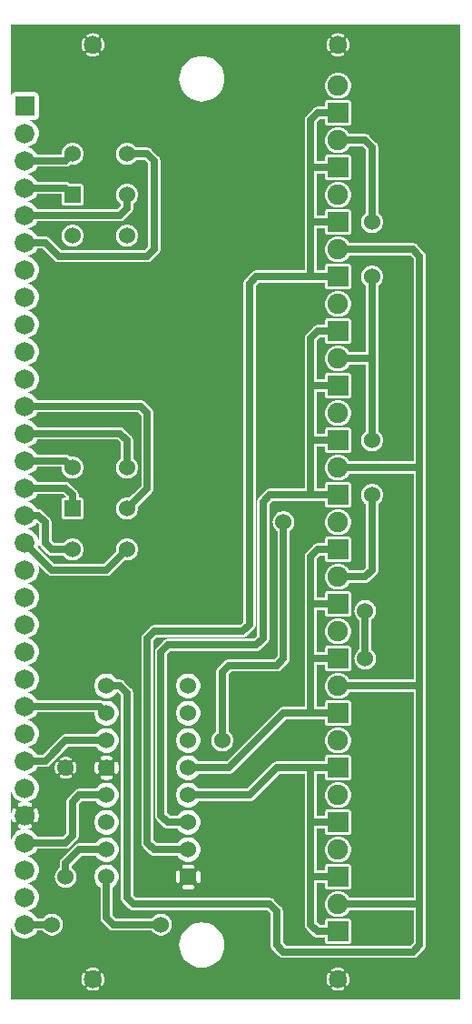
<source format=gbl>
G04 start of page 3 for group 1 idx 1 *
G04 Title: 31.002.00.01.01, solder *
G04 Creator: pcb 4.2.1 *
G04 CreationDate: Wed Dec 23 16:06:14 2020 UTC *
G04 For: bert *
G04 Format: Gerber/RS-274X *
G04 PCB-Dimensions (mil): 2200.00 4200.00 *
G04 PCB-Coordinate-Origin: lower left *
%MOIN*%
%FSLAX25Y25*%
%LNGBL*%
%ADD34C,0.0460*%
%ADD33C,0.0280*%
%ADD32C,0.1457*%
%ADD31C,0.0400*%
%ADD30C,0.0420*%
%ADD29C,0.0350*%
%ADD28C,0.0750*%
%ADD27C,0.0650*%
%ADD26C,0.0600*%
%ADD25C,0.0720*%
%ADD24C,0.0250*%
%ADD23C,0.0001*%
G54D23*G36*
X145868Y75250D02*X167750D01*
Y63432D01*
X166568Y62250D01*
X145868D01*
Y75250D01*
G37*
G36*
Y155250D02*X167750D01*
Y79750D01*
X145868D01*
Y155250D01*
G37*
G36*
X149994Y224380D02*X150142Y224254D01*
X150250Y224188D01*
Y200932D01*
X149994Y200676D01*
Y224380D01*
G37*
G36*
Y235250D02*X167750D01*
Y159750D01*
X149994D01*
Y163488D01*
X150000Y163488D01*
X150628Y163537D01*
X151240Y163684D01*
X151822Y163925D01*
X152358Y164254D01*
X152837Y164663D01*
X153246Y165142D01*
X153575Y165678D01*
X153816Y166260D01*
X153963Y166872D01*
X154000Y167500D01*
X153963Y168128D01*
X153816Y168740D01*
X153575Y169322D01*
X153246Y169858D01*
X152837Y170337D01*
X152358Y170746D01*
X152250Y170812D01*
Y181688D01*
X152358Y181754D01*
X152837Y182163D01*
X153246Y182642D01*
X153575Y183178D01*
X153816Y183760D01*
X153963Y184372D01*
X154000Y185000D01*
X153963Y185628D01*
X153816Y186240D01*
X153575Y186822D01*
X153246Y187358D01*
X152837Y187837D01*
X152358Y188246D01*
X151822Y188575D01*
X151240Y188816D01*
X150628Y188963D01*
X150000Y189012D01*
X149994Y189012D01*
Y195244D01*
X150000Y195243D01*
X150353Y195271D01*
X150353Y195271D01*
X150697Y195354D01*
X151025Y195489D01*
X151327Y195674D01*
X151596Y195904D01*
X151653Y195971D01*
X154029Y198347D01*
X154096Y198404D01*
X154326Y198673D01*
X154326Y198673D01*
X154511Y198975D01*
X154646Y199303D01*
X154729Y199647D01*
X154757Y200000D01*
X154750Y200088D01*
Y224188D01*
X154858Y224254D01*
X155337Y224663D01*
X155746Y225142D01*
X156075Y225678D01*
X156316Y226260D01*
X156463Y226872D01*
X156500Y227500D01*
X156463Y228128D01*
X156316Y228740D01*
X156075Y229322D01*
X155746Y229858D01*
X155337Y230337D01*
X154858Y230746D01*
X154322Y231075D01*
X153740Y231316D01*
X153128Y231463D01*
X152500Y231512D01*
X151872Y231463D01*
X151260Y231316D01*
X150678Y231075D01*
X150142Y230746D01*
X149994Y230620D01*
Y235250D01*
G37*
G36*
Y159750D02*X145868D01*
Y195250D01*
X149912D01*
X149994Y195244D01*
Y189012D01*
X149372Y188963D01*
X148760Y188816D01*
X148178Y188575D01*
X147642Y188246D01*
X147163Y187837D01*
X146754Y187358D01*
X146425Y186822D01*
X146184Y186240D01*
X146037Y185628D01*
X145988Y185000D01*
X146037Y184372D01*
X146184Y183760D01*
X146425Y183178D01*
X146754Y182642D01*
X147163Y182163D01*
X147642Y181754D01*
X147750Y181688D01*
Y170812D01*
X147642Y170746D01*
X147163Y170337D01*
X146754Y169858D01*
X146425Y169322D01*
X146184Y168740D01*
X146037Y168128D01*
X145988Y167500D01*
X146037Y166872D01*
X146184Y166260D01*
X146425Y165678D01*
X146754Y165142D01*
X147163Y164663D01*
X147642Y164254D01*
X148178Y163925D01*
X148760Y163684D01*
X149372Y163537D01*
X149994Y163488D01*
Y159750D01*
G37*
G36*
X145868Y235250D02*X149994D01*
Y230620D01*
X149663Y230337D01*
X149254Y229858D01*
X148925Y229322D01*
X148684Y228740D01*
X148537Y228128D01*
X148488Y227500D01*
X148537Y226872D01*
X148684Y226260D01*
X148925Y225678D01*
X149254Y225142D01*
X149663Y224663D01*
X149994Y224380D01*
Y200676D01*
X149068Y199750D01*
X145868D01*
Y235250D01*
G37*
G36*
Y315250D02*X166568D01*
X167750Y314068D01*
Y239750D01*
X145868D01*
Y275250D01*
X150250D01*
Y250812D01*
X150142Y250746D01*
X149663Y250337D01*
X149254Y249858D01*
X148925Y249322D01*
X148684Y248740D01*
X148537Y248128D01*
X148488Y247500D01*
X148537Y246872D01*
X148684Y246260D01*
X148925Y245678D01*
X149254Y245142D01*
X149663Y244663D01*
X150142Y244254D01*
X150678Y243925D01*
X151260Y243684D01*
X151872Y243537D01*
X152500Y243488D01*
X153128Y243537D01*
X153740Y243684D01*
X154322Y243925D01*
X154858Y244254D01*
X155337Y244663D01*
X155746Y245142D01*
X156075Y245678D01*
X156316Y246260D01*
X156463Y246872D01*
X156500Y247500D01*
X156463Y248128D01*
X156316Y248740D01*
X156075Y249322D01*
X155746Y249858D01*
X155337Y250337D01*
X154858Y250746D01*
X154750Y250812D01*
Y277412D01*
X154757Y277500D01*
X154750Y277588D01*
Y304188D01*
X154858Y304254D01*
X155337Y304663D01*
X155746Y305142D01*
X156075Y305678D01*
X156316Y306260D01*
X156463Y306872D01*
X156500Y307500D01*
X156463Y308128D01*
X156316Y308740D01*
X156075Y309322D01*
X155746Y309858D01*
X155337Y310337D01*
X154858Y310746D01*
X154322Y311075D01*
X153740Y311316D01*
X153128Y311463D01*
X152500Y311512D01*
X151872Y311463D01*
X151260Y311316D01*
X150678Y311075D01*
X150142Y310746D01*
X149663Y310337D01*
X149254Y309858D01*
X148925Y309322D01*
X148684Y308740D01*
X148537Y308128D01*
X148488Y307500D01*
X148537Y306872D01*
X148684Y306260D01*
X148925Y305678D01*
X149254Y305142D01*
X149663Y304663D01*
X150142Y304254D01*
X150250Y304188D01*
Y279750D01*
X145868D01*
Y315250D01*
G37*
G36*
Y400000D02*X185000D01*
Y42500D01*
X145868D01*
Y57750D01*
X167412D01*
X167500Y57743D01*
X167853Y57771D01*
X167853Y57771D01*
X168197Y57854D01*
X168525Y57989D01*
X168827Y58174D01*
X169096Y58404D01*
X169153Y58471D01*
X171529Y60847D01*
X171596Y60904D01*
X171826Y61173D01*
X171826Y61173D01*
X172011Y61475D01*
X172146Y61803D01*
X172229Y62147D01*
X172257Y62500D01*
X172250Y62588D01*
Y77412D01*
X172257Y77500D01*
X172250Y77588D01*
Y157412D01*
X172257Y157500D01*
X172250Y157588D01*
Y237412D01*
X172257Y237500D01*
X172250Y237588D01*
Y314912D01*
X172257Y315000D01*
X172229Y315353D01*
X172146Y315697D01*
X172107Y315793D01*
X172011Y316025D01*
X171896Y316212D01*
X171826Y316327D01*
X171826Y316327D01*
X171596Y316596D01*
X171529Y316653D01*
X169153Y319029D01*
X169096Y319096D01*
X168827Y319326D01*
X168827Y319326D01*
X168712Y319396D01*
X168525Y319511D01*
X168293Y319607D01*
X168197Y319646D01*
X167853Y319729D01*
X167500Y319757D01*
X167412Y319750D01*
X145868D01*
Y355250D01*
X149068D01*
X150250Y354068D01*
Y330812D01*
X150142Y330746D01*
X149663Y330337D01*
X149254Y329858D01*
X148925Y329322D01*
X148684Y328740D01*
X148537Y328128D01*
X148488Y327500D01*
X148537Y326872D01*
X148684Y326260D01*
X148925Y325678D01*
X149254Y325142D01*
X149663Y324663D01*
X150142Y324254D01*
X150678Y323925D01*
X151260Y323684D01*
X151872Y323537D01*
X152500Y323488D01*
X153128Y323537D01*
X153740Y323684D01*
X154322Y323925D01*
X154858Y324254D01*
X155337Y324663D01*
X155746Y325142D01*
X156075Y325678D01*
X156316Y326260D01*
X156463Y326872D01*
X156500Y327500D01*
X156463Y328128D01*
X156316Y328740D01*
X156075Y329322D01*
X155746Y329858D01*
X155337Y330337D01*
X154858Y330746D01*
X154750Y330812D01*
Y354912D01*
X154757Y355000D01*
X154729Y355353D01*
X154646Y355697D01*
X154607Y355793D01*
X154511Y356025D01*
X154396Y356212D01*
X154326Y356327D01*
X154326Y356327D01*
X154096Y356596D01*
X154029Y356653D01*
X151653Y359029D01*
X151596Y359096D01*
X151327Y359326D01*
X151327Y359326D01*
X151212Y359396D01*
X151025Y359511D01*
X150793Y359607D01*
X150697Y359646D01*
X150353Y359729D01*
X150000Y359757D01*
X149912Y359750D01*
X145868D01*
Y400000D01*
G37*
G36*
Y42500D02*X143501D01*
Y47705D01*
X143532Y47722D01*
X143594Y47770D01*
X143648Y47827D01*
X143691Y47893D01*
X143877Y48248D01*
X144025Y48621D01*
X144137Y49006D01*
X144212Y49400D01*
X144250Y49799D01*
Y50201D01*
X144212Y50600D01*
X144137Y50994D01*
X144025Y51379D01*
X143877Y51752D01*
X143695Y52109D01*
X143651Y52175D01*
X143597Y52233D01*
X143534Y52281D01*
X143501Y52300D01*
Y57750D01*
X145868D01*
Y42500D01*
G37*
G36*
X143501D02*X140002D01*
Y45750D01*
X140201D01*
X140600Y45788D01*
X140994Y45863D01*
X141379Y45975D01*
X141752Y46123D01*
X142109Y46305D01*
X142175Y46349D01*
X142233Y46403D01*
X142281Y46466D01*
X142320Y46536D01*
X142346Y46610D01*
X142361Y46688D01*
X142364Y46767D01*
X142354Y46846D01*
X142332Y46922D01*
X142298Y46994D01*
X142253Y47059D01*
X142199Y47117D01*
X142136Y47166D01*
X142067Y47204D01*
X141992Y47231D01*
X141914Y47245D01*
X141835Y47248D01*
X141757Y47238D01*
X141680Y47216D01*
X141609Y47181D01*
X141338Y47038D01*
X141053Y46925D01*
X140759Y46840D01*
X140458Y46782D01*
X140153Y46754D01*
X140002D01*
Y53246D01*
X140153D01*
X140458Y53218D01*
X140759Y53160D01*
X141053Y53075D01*
X141338Y52962D01*
X141611Y52822D01*
X141682Y52788D01*
X141757Y52766D01*
X141835Y52756D01*
X141914Y52758D01*
X141991Y52773D01*
X142065Y52800D01*
X142134Y52837D01*
X142197Y52886D01*
X142250Y52943D01*
X142295Y53008D01*
X142328Y53079D01*
X142350Y53155D01*
X142360Y53233D01*
X142358Y53312D01*
X142343Y53389D01*
X142316Y53463D01*
X142278Y53532D01*
X142230Y53594D01*
X142173Y53648D01*
X142107Y53691D01*
X141752Y53877D01*
X141379Y54025D01*
X140994Y54137D01*
X140600Y54212D01*
X140201Y54250D01*
X140002D01*
Y57750D01*
X143501D01*
Y52300D01*
X143464Y52320D01*
X143390Y52346D01*
X143312Y52361D01*
X143233Y52364D01*
X143154Y52354D01*
X143078Y52332D01*
X143006Y52298D01*
X142941Y52253D01*
X142883Y52199D01*
X142834Y52136D01*
X142796Y52067D01*
X142769Y51992D01*
X142755Y51914D01*
X142752Y51835D01*
X142762Y51757D01*
X142784Y51680D01*
X142819Y51609D01*
X142962Y51338D01*
X143075Y51053D01*
X143160Y50759D01*
X143218Y50458D01*
X143246Y50153D01*
Y49847D01*
X143218Y49542D01*
X143160Y49241D01*
X143075Y48947D01*
X142962Y48662D01*
X142822Y48389D01*
X142788Y48318D01*
X142766Y48243D01*
X142756Y48165D01*
X142758Y48086D01*
X142773Y48009D01*
X142800Y47935D01*
X142837Y47866D01*
X142886Y47803D01*
X142943Y47750D01*
X143008Y47705D01*
X143079Y47672D01*
X143155Y47650D01*
X143233Y47640D01*
X143312Y47642D01*
X143389Y47657D01*
X143463Y47684D01*
X143501Y47705D01*
Y42500D01*
G37*
G36*
X140002D02*X136499D01*
Y47700D01*
X136536Y47680D01*
X136610Y47654D01*
X136688Y47639D01*
X136767Y47636D01*
X136846Y47646D01*
X136922Y47668D01*
X136994Y47702D01*
X137059Y47747D01*
X137117Y47801D01*
X137166Y47864D01*
X137204Y47933D01*
X137231Y48008D01*
X137245Y48086D01*
X137248Y48165D01*
X137238Y48243D01*
X137216Y48320D01*
X137181Y48391D01*
X137038Y48662D01*
X136925Y48947D01*
X136840Y49241D01*
X136782Y49542D01*
X136754Y49847D01*
Y50153D01*
X136782Y50458D01*
X136840Y50759D01*
X136925Y51053D01*
X137038Y51338D01*
X137178Y51611D01*
X137212Y51682D01*
X137234Y51757D01*
X137244Y51835D01*
X137242Y51914D01*
X137227Y51991D01*
X137200Y52065D01*
X137163Y52134D01*
X137114Y52197D01*
X137057Y52250D01*
X136992Y52295D01*
X136921Y52328D01*
X136845Y52350D01*
X136767Y52360D01*
X136688Y52358D01*
X136611Y52343D01*
X136537Y52316D01*
X136499Y52295D01*
Y57750D01*
X140002D01*
Y54250D01*
X139799D01*
X139400Y54212D01*
X139006Y54137D01*
X138621Y54025D01*
X138248Y53877D01*
X137891Y53695D01*
X137825Y53651D01*
X137767Y53597D01*
X137719Y53534D01*
X137680Y53464D01*
X137654Y53390D01*
X137639Y53312D01*
X137636Y53233D01*
X137646Y53154D01*
X137668Y53078D01*
X137702Y53006D01*
X137747Y52941D01*
X137801Y52883D01*
X137864Y52834D01*
X137933Y52796D01*
X138008Y52769D01*
X138086Y52755D01*
X138165Y52752D01*
X138243Y52762D01*
X138320Y52784D01*
X138391Y52819D01*
X138662Y52962D01*
X138947Y53075D01*
X139241Y53160D01*
X139542Y53218D01*
X139847Y53246D01*
X140002D01*
Y46754D01*
X139847D01*
X139542Y46782D01*
X139241Y46840D01*
X138947Y46925D01*
X138662Y47038D01*
X138389Y47178D01*
X138318Y47212D01*
X138243Y47234D01*
X138165Y47244D01*
X138086Y47242D01*
X138009Y47227D01*
X137935Y47200D01*
X137866Y47163D01*
X137803Y47114D01*
X137750Y47057D01*
X137705Y46992D01*
X137672Y46921D01*
X137650Y46845D01*
X137640Y46767D01*
X137642Y46688D01*
X137657Y46611D01*
X137684Y46537D01*
X137722Y46468D01*
X137770Y46406D01*
X137827Y46352D01*
X137893Y46309D01*
X138248Y46123D01*
X138621Y45975D01*
X139006Y45863D01*
X139400Y45788D01*
X139799Y45750D01*
X140002D01*
Y42500D01*
G37*
G36*
X136499D02*X106247D01*
Y75250D01*
X114068D01*
X115250Y74068D01*
Y62588D01*
X115243Y62500D01*
X115271Y62147D01*
Y62147D01*
X115354Y61803D01*
X115489Y61475D01*
X115559Y61361D01*
X115674Y61173D01*
X115674Y61173D01*
X115904Y60904D01*
X115971Y60847D01*
X118347Y58471D01*
X118404Y58404D01*
X118673Y58174D01*
X118673Y58174D01*
X118861Y58059D01*
X118975Y57989D01*
X119303Y57854D01*
X119647Y57771D01*
X119647D01*
X120000Y57743D01*
X120088Y57750D01*
X136499D01*
Y52295D01*
X136468Y52278D01*
X136406Y52230D01*
X136352Y52173D01*
X136309Y52107D01*
X136123Y51752D01*
X135975Y51379D01*
X135863Y50994D01*
X135788Y50600D01*
X135750Y50201D01*
Y49799D01*
X135788Y49400D01*
X135863Y49006D01*
X135975Y48621D01*
X136123Y48248D01*
X136305Y47891D01*
X136349Y47825D01*
X136403Y47767D01*
X136466Y47719D01*
X136499Y47700D01*
Y42500D01*
G37*
G36*
X139993Y72736D02*X140000Y72735D01*
X140745Y72794D01*
X141472Y72969D01*
X142163Y73255D01*
X142801Y73645D01*
X143369Y74131D01*
X143855Y74699D01*
X144192Y75250D01*
X145868D01*
Y62250D01*
X139993D01*
Y62755D01*
X143907Y62759D01*
X144060Y62796D01*
X144205Y62856D01*
X144340Y62938D01*
X144459Y63041D01*
X144562Y63160D01*
X144644Y63295D01*
X144704Y63440D01*
X144741Y63593D01*
X144750Y63750D01*
X144741Y71407D01*
X144704Y71560D01*
X144644Y71705D01*
X144562Y71840D01*
X144459Y71959D01*
X144340Y72062D01*
X144205Y72144D01*
X144060Y72204D01*
X143907Y72241D01*
X143750Y72250D01*
X139993Y72245D01*
Y72736D01*
G37*
G36*
Y152736D02*X140000Y152735D01*
X140745Y152794D01*
X141472Y152969D01*
X142163Y153255D01*
X142801Y153645D01*
X143369Y154131D01*
X143855Y154699D01*
X144192Y155250D01*
X145868D01*
Y79750D01*
X144192D01*
X143855Y80301D01*
X143369Y80869D01*
X142801Y81355D01*
X142163Y81745D01*
X141472Y82031D01*
X140745Y82206D01*
X140000Y82265D01*
X139993Y82264D01*
Y82755D01*
X143907Y82759D01*
X144060Y82796D01*
X144205Y82856D01*
X144340Y82938D01*
X144459Y83041D01*
X144562Y83160D01*
X144644Y83295D01*
X144704Y83440D01*
X144741Y83593D01*
X144750Y83750D01*
X144741Y91407D01*
X144704Y91560D01*
X144644Y91705D01*
X144562Y91840D01*
X144459Y91959D01*
X144340Y92062D01*
X144205Y92144D01*
X144060Y92204D01*
X143907Y92241D01*
X143750Y92250D01*
X139993Y92245D01*
Y92736D01*
X140000Y92735D01*
X140745Y92794D01*
X141472Y92969D01*
X142163Y93255D01*
X142801Y93645D01*
X143369Y94131D01*
X143855Y94699D01*
X144245Y95337D01*
X144531Y96028D01*
X144706Y96755D01*
X144750Y97500D01*
X144706Y98245D01*
X144531Y98972D01*
X144245Y99663D01*
X143855Y100301D01*
X143369Y100869D01*
X142801Y101355D01*
X142163Y101745D01*
X141472Y102031D01*
X140745Y102206D01*
X140000Y102265D01*
X139993Y102264D01*
Y102755D01*
X143907Y102759D01*
X144060Y102796D01*
X144205Y102856D01*
X144340Y102938D01*
X144459Y103041D01*
X144562Y103160D01*
X144644Y103295D01*
X144704Y103440D01*
X144741Y103593D01*
X144750Y103750D01*
X144741Y111407D01*
X144704Y111560D01*
X144644Y111705D01*
X144562Y111840D01*
X144459Y111959D01*
X144340Y112062D01*
X144205Y112144D01*
X144060Y112204D01*
X143907Y112241D01*
X143750Y112250D01*
X139993Y112245D01*
Y112736D01*
X140000Y112735D01*
X140745Y112794D01*
X141472Y112969D01*
X142163Y113255D01*
X142801Y113645D01*
X143369Y114131D01*
X143855Y114699D01*
X144245Y115337D01*
X144531Y116028D01*
X144706Y116755D01*
X144750Y117500D01*
X144706Y118245D01*
X144531Y118972D01*
X144245Y119663D01*
X143855Y120301D01*
X143369Y120869D01*
X142801Y121355D01*
X142163Y121745D01*
X141472Y122031D01*
X140745Y122206D01*
X140000Y122265D01*
X139993Y122264D01*
Y122755D01*
X143907Y122759D01*
X144060Y122796D01*
X144205Y122856D01*
X144340Y122938D01*
X144459Y123041D01*
X144562Y123160D01*
X144644Y123295D01*
X144704Y123440D01*
X144741Y123593D01*
X144750Y123750D01*
X144741Y131407D01*
X144704Y131560D01*
X144644Y131705D01*
X144562Y131840D01*
X144459Y131959D01*
X144340Y132062D01*
X144205Y132144D01*
X144060Y132204D01*
X143907Y132241D01*
X143750Y132250D01*
X139993Y132245D01*
Y132736D01*
X140000Y132735D01*
X140745Y132794D01*
X141472Y132969D01*
X142163Y133255D01*
X142801Y133645D01*
X143369Y134131D01*
X143855Y134699D01*
X144245Y135337D01*
X144531Y136028D01*
X144706Y136755D01*
X144750Y137500D01*
X144706Y138245D01*
X144531Y138972D01*
X144245Y139663D01*
X143855Y140301D01*
X143369Y140869D01*
X142801Y141355D01*
X142163Y141745D01*
X141472Y142031D01*
X140745Y142206D01*
X140000Y142265D01*
X139993Y142264D01*
Y142755D01*
X143907Y142759D01*
X144060Y142796D01*
X144205Y142856D01*
X144340Y142938D01*
X144459Y143041D01*
X144562Y143160D01*
X144644Y143295D01*
X144704Y143440D01*
X144741Y143593D01*
X144750Y143750D01*
X144741Y151407D01*
X144704Y151560D01*
X144644Y151705D01*
X144562Y151840D01*
X144459Y151959D01*
X144340Y152062D01*
X144205Y152144D01*
X144060Y152204D01*
X143907Y152241D01*
X143750Y152250D01*
X139993Y152245D01*
Y152736D01*
G37*
G36*
Y192736D02*X140000Y192735D01*
X140745Y192794D01*
X141472Y192969D01*
X142163Y193255D01*
X142801Y193645D01*
X143369Y194131D01*
X143855Y194699D01*
X144192Y195250D01*
X145868D01*
Y159750D01*
X144192D01*
X143855Y160301D01*
X143369Y160869D01*
X142801Y161355D01*
X142163Y161745D01*
X141472Y162031D01*
X140745Y162206D01*
X140000Y162265D01*
X139993Y162264D01*
Y162755D01*
X143907Y162759D01*
X144060Y162796D01*
X144205Y162856D01*
X144340Y162938D01*
X144459Y163041D01*
X144562Y163160D01*
X144644Y163295D01*
X144704Y163440D01*
X144741Y163593D01*
X144750Y163750D01*
X144741Y171407D01*
X144704Y171560D01*
X144644Y171705D01*
X144562Y171840D01*
X144459Y171959D01*
X144340Y172062D01*
X144205Y172144D01*
X144060Y172204D01*
X143907Y172241D01*
X143750Y172250D01*
X139993Y172245D01*
Y172736D01*
X140000Y172735D01*
X140745Y172794D01*
X141472Y172969D01*
X142163Y173255D01*
X142801Y173645D01*
X143369Y174131D01*
X143855Y174699D01*
X144245Y175337D01*
X144531Y176028D01*
X144706Y176755D01*
X144750Y177500D01*
X144706Y178245D01*
X144531Y178972D01*
X144245Y179663D01*
X143855Y180301D01*
X143369Y180869D01*
X142801Y181355D01*
X142163Y181745D01*
X141472Y182031D01*
X140745Y182206D01*
X140000Y182265D01*
X139993Y182264D01*
Y182755D01*
X143907Y182759D01*
X144060Y182796D01*
X144205Y182856D01*
X144340Y182938D01*
X144459Y183041D01*
X144562Y183160D01*
X144644Y183295D01*
X144704Y183440D01*
X144741Y183593D01*
X144750Y183750D01*
X144741Y191407D01*
X144704Y191560D01*
X144644Y191705D01*
X144562Y191840D01*
X144459Y191959D01*
X144340Y192062D01*
X144205Y192144D01*
X144060Y192204D01*
X143907Y192241D01*
X143750Y192250D01*
X139993Y192245D01*
Y192736D01*
G37*
G36*
Y232736D02*X140000Y232735D01*
X140745Y232794D01*
X141472Y232969D01*
X142163Y233255D01*
X142801Y233645D01*
X143369Y234131D01*
X143855Y234699D01*
X144192Y235250D01*
X145868D01*
Y199750D01*
X144192D01*
X143855Y200301D01*
X143369Y200869D01*
X142801Y201355D01*
X142163Y201745D01*
X141472Y202031D01*
X140745Y202206D01*
X140000Y202265D01*
X139993Y202264D01*
Y202755D01*
X143907Y202759D01*
X144060Y202796D01*
X144205Y202856D01*
X144340Y202938D01*
X144459Y203041D01*
X144562Y203160D01*
X144644Y203295D01*
X144704Y203440D01*
X144741Y203593D01*
X144750Y203750D01*
X144741Y211407D01*
X144704Y211560D01*
X144644Y211705D01*
X144562Y211840D01*
X144459Y211959D01*
X144340Y212062D01*
X144205Y212144D01*
X144060Y212204D01*
X143907Y212241D01*
X143750Y212250D01*
X139993Y212245D01*
Y212736D01*
X140000Y212735D01*
X140745Y212794D01*
X141472Y212969D01*
X142163Y213255D01*
X142801Y213645D01*
X143369Y214131D01*
X143855Y214699D01*
X144245Y215337D01*
X144531Y216028D01*
X144706Y216755D01*
X144750Y217500D01*
X144706Y218245D01*
X144531Y218972D01*
X144245Y219663D01*
X143855Y220301D01*
X143369Y220869D01*
X142801Y221355D01*
X142163Y221745D01*
X141472Y222031D01*
X140745Y222206D01*
X140000Y222265D01*
X139993Y222264D01*
Y222755D01*
X143907Y222759D01*
X144060Y222796D01*
X144205Y222856D01*
X144340Y222938D01*
X144459Y223041D01*
X144562Y223160D01*
X144644Y223295D01*
X144704Y223440D01*
X144741Y223593D01*
X144750Y223750D01*
X144741Y231407D01*
X144704Y231560D01*
X144644Y231705D01*
X144562Y231840D01*
X144459Y231959D01*
X144340Y232062D01*
X144205Y232144D01*
X144060Y232204D01*
X143907Y232241D01*
X143750Y232250D01*
X139993Y232245D01*
Y232736D01*
G37*
G36*
Y272736D02*X140000Y272735D01*
X140745Y272794D01*
X141472Y272969D01*
X142163Y273255D01*
X142801Y273645D01*
X143369Y274131D01*
X143855Y274699D01*
X144192Y275250D01*
X145868D01*
Y239750D01*
X144192D01*
X143855Y240301D01*
X143369Y240869D01*
X142801Y241355D01*
X142163Y241745D01*
X141472Y242031D01*
X140745Y242206D01*
X140000Y242265D01*
X139993Y242264D01*
Y242755D01*
X143907Y242759D01*
X144060Y242796D01*
X144205Y242856D01*
X144340Y242938D01*
X144459Y243041D01*
X144562Y243160D01*
X144644Y243295D01*
X144704Y243440D01*
X144741Y243593D01*
X144750Y243750D01*
X144741Y251407D01*
X144704Y251560D01*
X144644Y251705D01*
X144562Y251840D01*
X144459Y251959D01*
X144340Y252062D01*
X144205Y252144D01*
X144060Y252204D01*
X143907Y252241D01*
X143750Y252250D01*
X139993Y252245D01*
Y252736D01*
X140000Y252735D01*
X140745Y252794D01*
X141472Y252969D01*
X142163Y253255D01*
X142801Y253645D01*
X143369Y254131D01*
X143855Y254699D01*
X144245Y255337D01*
X144531Y256028D01*
X144706Y256755D01*
X144750Y257500D01*
X144706Y258245D01*
X144531Y258972D01*
X144245Y259663D01*
X143855Y260301D01*
X143369Y260869D01*
X142801Y261355D01*
X142163Y261745D01*
X141472Y262031D01*
X140745Y262206D01*
X140000Y262265D01*
X139993Y262264D01*
Y262755D01*
X143907Y262759D01*
X144060Y262796D01*
X144205Y262856D01*
X144340Y262938D01*
X144459Y263041D01*
X144562Y263160D01*
X144644Y263295D01*
X144704Y263440D01*
X144741Y263593D01*
X144750Y263750D01*
X144741Y271407D01*
X144704Y271560D01*
X144644Y271705D01*
X144562Y271840D01*
X144459Y271959D01*
X144340Y272062D01*
X144205Y272144D01*
X144060Y272204D01*
X143907Y272241D01*
X143750Y272250D01*
X139993Y272245D01*
Y272736D01*
G37*
G36*
Y312736D02*X140000Y312735D01*
X140745Y312794D01*
X141472Y312969D01*
X142163Y313255D01*
X142801Y313645D01*
X143369Y314131D01*
X143855Y314699D01*
X144192Y315250D01*
X145868D01*
Y279750D01*
X144192D01*
X143855Y280301D01*
X143369Y280869D01*
X142801Y281355D01*
X142163Y281745D01*
X141472Y282031D01*
X140745Y282206D01*
X140000Y282265D01*
X139993Y282264D01*
Y282755D01*
X143907Y282759D01*
X144060Y282796D01*
X144205Y282856D01*
X144340Y282938D01*
X144459Y283041D01*
X144562Y283160D01*
X144644Y283295D01*
X144704Y283440D01*
X144741Y283593D01*
X144750Y283750D01*
X144741Y291407D01*
X144704Y291560D01*
X144644Y291705D01*
X144562Y291840D01*
X144459Y291959D01*
X144340Y292062D01*
X144205Y292144D01*
X144060Y292204D01*
X143907Y292241D01*
X143750Y292250D01*
X139993Y292245D01*
Y292736D01*
X140000Y292735D01*
X140745Y292794D01*
X141472Y292969D01*
X142163Y293255D01*
X142801Y293645D01*
X143369Y294131D01*
X143855Y294699D01*
X144245Y295337D01*
X144531Y296028D01*
X144706Y296755D01*
X144750Y297500D01*
X144706Y298245D01*
X144531Y298972D01*
X144245Y299663D01*
X143855Y300301D01*
X143369Y300869D01*
X142801Y301355D01*
X142163Y301745D01*
X141472Y302031D01*
X140745Y302206D01*
X140000Y302265D01*
X139993Y302264D01*
Y302755D01*
X143907Y302759D01*
X144060Y302796D01*
X144205Y302856D01*
X144340Y302938D01*
X144459Y303041D01*
X144562Y303160D01*
X144644Y303295D01*
X144704Y303440D01*
X144741Y303593D01*
X144750Y303750D01*
X144741Y311407D01*
X144704Y311560D01*
X144644Y311705D01*
X144562Y311840D01*
X144459Y311959D01*
X144340Y312062D01*
X144205Y312144D01*
X144060Y312204D01*
X143907Y312241D01*
X143750Y312250D01*
X139993Y312245D01*
Y312736D01*
G37*
G36*
Y352736D02*X140000Y352735D01*
X140745Y352794D01*
X141472Y352969D01*
X142163Y353255D01*
X142801Y353645D01*
X143369Y354131D01*
X143855Y354699D01*
X144192Y355250D01*
X145868D01*
Y319750D01*
X144192D01*
X143855Y320301D01*
X143369Y320869D01*
X142801Y321355D01*
X142163Y321745D01*
X141472Y322031D01*
X140745Y322206D01*
X140000Y322265D01*
X139993Y322264D01*
Y322755D01*
X143907Y322759D01*
X144060Y322796D01*
X144205Y322856D01*
X144340Y322938D01*
X144459Y323041D01*
X144562Y323160D01*
X144644Y323295D01*
X144704Y323440D01*
X144741Y323593D01*
X144750Y323750D01*
X144741Y331407D01*
X144704Y331560D01*
X144644Y331705D01*
X144562Y331840D01*
X144459Y331959D01*
X144340Y332062D01*
X144205Y332144D01*
X144060Y332204D01*
X143907Y332241D01*
X143750Y332250D01*
X139993Y332245D01*
Y332736D01*
X140000Y332735D01*
X140745Y332794D01*
X141472Y332969D01*
X142163Y333255D01*
X142801Y333645D01*
X143369Y334131D01*
X143855Y334699D01*
X144245Y335337D01*
X144531Y336028D01*
X144706Y336755D01*
X144750Y337500D01*
X144706Y338245D01*
X144531Y338972D01*
X144245Y339663D01*
X143855Y340301D01*
X143369Y340869D01*
X142801Y341355D01*
X142163Y341745D01*
X141472Y342031D01*
X140745Y342206D01*
X140000Y342265D01*
X139993Y342264D01*
Y342755D01*
X143907Y342759D01*
X144060Y342796D01*
X144205Y342856D01*
X144340Y342938D01*
X144459Y343041D01*
X144562Y343160D01*
X144644Y343295D01*
X144704Y343440D01*
X144741Y343593D01*
X144750Y343750D01*
X144741Y351407D01*
X144704Y351560D01*
X144644Y351705D01*
X144562Y351840D01*
X144459Y351959D01*
X144340Y352062D01*
X144205Y352144D01*
X144060Y352204D01*
X143907Y352241D01*
X143750Y352250D01*
X139993Y352245D01*
Y352736D01*
G37*
G36*
X143501Y400000D02*X145868D01*
Y359750D01*
X144192D01*
X143855Y360301D01*
X143501Y360715D01*
Y362759D01*
X143907Y362759D01*
X144060Y362796D01*
X144205Y362856D01*
X144340Y362938D01*
X144459Y363041D01*
X144562Y363160D01*
X144644Y363295D01*
X144704Y363440D01*
X144741Y363593D01*
X144750Y363750D01*
X144741Y371407D01*
X144704Y371560D01*
X144644Y371705D01*
X144562Y371840D01*
X144459Y371959D01*
X144340Y372062D01*
X144205Y372144D01*
X144060Y372204D01*
X143907Y372241D01*
X143750Y372250D01*
X143501Y372250D01*
Y374285D01*
X143855Y374699D01*
X144245Y375337D01*
X144531Y376028D01*
X144706Y376755D01*
X144750Y377500D01*
X144706Y378245D01*
X144531Y378972D01*
X144245Y379663D01*
X143855Y380301D01*
X143501Y380715D01*
Y390205D01*
X143532Y390222D01*
X143594Y390270D01*
X143648Y390327D01*
X143691Y390393D01*
X143877Y390748D01*
X144025Y391121D01*
X144137Y391506D01*
X144212Y391900D01*
X144250Y392299D01*
Y392701D01*
X144212Y393100D01*
X144137Y393494D01*
X144025Y393879D01*
X143877Y394252D01*
X143695Y394609D01*
X143651Y394675D01*
X143597Y394733D01*
X143534Y394781D01*
X143501Y394800D01*
Y400000D01*
G37*
G36*
Y372250D02*X139993Y372245D01*
Y372736D01*
X140000Y372735D01*
X140745Y372794D01*
X141472Y372969D01*
X142163Y373255D01*
X142801Y373645D01*
X143369Y374131D01*
X143501Y374285D01*
Y372250D01*
G37*
G36*
Y360715D02*X143369Y360869D01*
X142801Y361355D01*
X142163Y361745D01*
X141472Y362031D01*
X140745Y362206D01*
X140000Y362265D01*
X139993Y362264D01*
Y362755D01*
X143501Y362759D01*
Y360715D01*
G37*
G36*
X139993Y400000D02*X143501D01*
Y394800D01*
X143464Y394820D01*
X143390Y394846D01*
X143312Y394861D01*
X143233Y394864D01*
X143154Y394854D01*
X143078Y394832D01*
X143006Y394798D01*
X142941Y394753D01*
X142883Y394699D01*
X142834Y394636D01*
X142796Y394567D01*
X142769Y394492D01*
X142755Y394414D01*
X142752Y394335D01*
X142762Y394257D01*
X142784Y394180D01*
X142819Y394109D01*
X142962Y393838D01*
X143075Y393553D01*
X143160Y393259D01*
X143218Y392958D01*
X143246Y392653D01*
Y392347D01*
X143218Y392042D01*
X143160Y391741D01*
X143075Y391447D01*
X142962Y391162D01*
X142822Y390889D01*
X142788Y390818D01*
X142766Y390743D01*
X142756Y390665D01*
X142758Y390586D01*
X142773Y390509D01*
X142800Y390435D01*
X142837Y390366D01*
X142886Y390303D01*
X142943Y390250D01*
X143008Y390205D01*
X143079Y390172D01*
X143155Y390150D01*
X143233Y390140D01*
X143312Y390142D01*
X143389Y390157D01*
X143463Y390184D01*
X143501Y390205D01*
Y380715D01*
X143369Y380869D01*
X142801Y381355D01*
X142163Y381745D01*
X141472Y382031D01*
X140745Y382206D01*
X140000Y382265D01*
X139993Y382264D01*
Y388250D01*
X140201D01*
X140600Y388288D01*
X140994Y388363D01*
X141379Y388475D01*
X141752Y388623D01*
X142109Y388805D01*
X142175Y388849D01*
X142233Y388903D01*
X142281Y388966D01*
X142320Y389036D01*
X142346Y389110D01*
X142361Y389188D01*
X142364Y389267D01*
X142354Y389346D01*
X142332Y389422D01*
X142298Y389494D01*
X142253Y389559D01*
X142199Y389617D01*
X142136Y389666D01*
X142067Y389704D01*
X141992Y389731D01*
X141914Y389745D01*
X141835Y389748D01*
X141757Y389738D01*
X141680Y389716D01*
X141609Y389681D01*
X141338Y389538D01*
X141053Y389425D01*
X140759Y389340D01*
X140458Y389282D01*
X140153Y389254D01*
X139993D01*
Y395746D01*
X140153D01*
X140458Y395718D01*
X140759Y395660D01*
X141053Y395575D01*
X141338Y395462D01*
X141611Y395322D01*
X141682Y395288D01*
X141757Y395266D01*
X141835Y395256D01*
X141914Y395258D01*
X141991Y395273D01*
X142065Y395300D01*
X142134Y395337D01*
X142197Y395386D01*
X142250Y395443D01*
X142295Y395508D01*
X142328Y395579D01*
X142350Y395655D01*
X142360Y395733D01*
X142358Y395812D01*
X142343Y395889D01*
X142316Y395963D01*
X142278Y396032D01*
X142230Y396094D01*
X142173Y396148D01*
X142107Y396191D01*
X141752Y396377D01*
X141379Y396525D01*
X140994Y396637D01*
X140600Y396712D01*
X140201Y396750D01*
X139993D01*
Y400000D01*
G37*
G36*
Y332245D02*X136093Y332241D01*
X135940Y332204D01*
X135795Y332144D01*
X135660Y332062D01*
X135541Y331959D01*
X135438Y331840D01*
X135356Y331705D01*
X135296Y331560D01*
X135259Y331407D01*
X135250Y331250D01*
X135252Y329750D01*
X132250D01*
Y345250D01*
X135257D01*
X135259Y343593D01*
X135296Y343440D01*
X135356Y343295D01*
X135438Y343160D01*
X135541Y343041D01*
X135660Y342938D01*
X135795Y342856D01*
X135940Y342796D01*
X136093Y342759D01*
X136250Y342750D01*
X139993Y342755D01*
Y342264D01*
X139255Y342206D01*
X138528Y342031D01*
X137837Y341745D01*
X137199Y341355D01*
X136631Y340869D01*
X136145Y340301D01*
X135755Y339663D01*
X135469Y338972D01*
X135294Y338245D01*
X135235Y337500D01*
X135294Y336755D01*
X135469Y336028D01*
X135755Y335337D01*
X136145Y334699D01*
X136631Y334131D01*
X137199Y333645D01*
X137837Y333255D01*
X138528Y332969D01*
X139255Y332794D01*
X139993Y332736D01*
Y332245D01*
G37*
G36*
Y292245D02*X136093Y292241D01*
X135940Y292204D01*
X135795Y292144D01*
X135660Y292062D01*
X135541Y291959D01*
X135438Y291840D01*
X135356Y291705D01*
X135296Y291560D01*
X135259Y291407D01*
X135250Y291250D01*
X135252Y289750D01*
X132588D01*
X132500Y289757D01*
X132147Y289729D01*
X131803Y289646D01*
X131475Y289511D01*
X131173Y289326D01*
X131173Y289326D01*
X130904Y289096D01*
X130847Y289029D01*
X128471Y286653D01*
X128404Y286596D01*
X128174Y286327D01*
X127989Y286025D01*
X127854Y285697D01*
X127771Y285353D01*
X127771Y285353D01*
X127743Y285000D01*
X127750Y284912D01*
Y267588D01*
X127743Y267500D01*
X127750Y267412D01*
Y247588D01*
X127743Y247500D01*
X127750Y247412D01*
Y229750D01*
X115088D01*
X115000Y229757D01*
X114647Y229729D01*
X114303Y229646D01*
X113975Y229511D01*
X113673Y229326D01*
X113673Y229326D01*
X113404Y229096D01*
X113347Y229029D01*
X110971Y226653D01*
X110904Y226596D01*
X110674Y226327D01*
X110489Y226025D01*
X110354Y225697D01*
X110271Y225353D01*
X110271Y225353D01*
X110243Y225000D01*
X110250Y224912D01*
Y175932D01*
X109068Y174750D01*
X106247D01*
Y175625D01*
X106327Y175674D01*
X106596Y175904D01*
X106653Y175971D01*
X109029Y178347D01*
X109096Y178404D01*
X109326Y178673D01*
X109326Y178673D01*
X109511Y178975D01*
X109646Y179303D01*
X109729Y179647D01*
X109757Y180000D01*
X109750Y180088D01*
Y304068D01*
X110932Y305250D01*
X129912D01*
X130000Y305243D01*
X130088Y305250D01*
X135257D01*
X135259Y303593D01*
X135296Y303440D01*
X135356Y303295D01*
X135438Y303160D01*
X135541Y303041D01*
X135660Y302938D01*
X135795Y302856D01*
X135940Y302796D01*
X136093Y302759D01*
X136250Y302750D01*
X139993Y302755D01*
Y302264D01*
X139255Y302206D01*
X138528Y302031D01*
X137837Y301745D01*
X137199Y301355D01*
X136631Y300869D01*
X136145Y300301D01*
X135755Y299663D01*
X135469Y298972D01*
X135294Y298245D01*
X135235Y297500D01*
X135294Y296755D01*
X135469Y296028D01*
X135755Y295337D01*
X136145Y294699D01*
X136631Y294131D01*
X137199Y293645D01*
X137837Y293255D01*
X138528Y292969D01*
X139255Y292794D01*
X139993Y292736D01*
Y292245D01*
G37*
G36*
Y252245D02*X136093Y252241D01*
X135940Y252204D01*
X135795Y252144D01*
X135660Y252062D01*
X135541Y251959D01*
X135438Y251840D01*
X135356Y251705D01*
X135296Y251560D01*
X135259Y251407D01*
X135250Y251250D01*
X135252Y249750D01*
X132250D01*
Y265250D01*
X135257D01*
X135259Y263593D01*
X135296Y263440D01*
X135356Y263295D01*
X135438Y263160D01*
X135541Y263041D01*
X135660Y262938D01*
X135795Y262856D01*
X135940Y262796D01*
X136093Y262759D01*
X136250Y262750D01*
X139993Y262755D01*
Y262264D01*
X139255Y262206D01*
X138528Y262031D01*
X137837Y261745D01*
X137199Y261355D01*
X136631Y260869D01*
X136145Y260301D01*
X135755Y259663D01*
X135469Y258972D01*
X135294Y258245D01*
X135235Y257500D01*
X135294Y256755D01*
X135469Y256028D01*
X135755Y255337D01*
X136145Y254699D01*
X136631Y254131D01*
X137199Y253645D01*
X137837Y253255D01*
X138528Y252969D01*
X139255Y252794D01*
X139993Y252736D01*
Y252245D01*
G37*
G36*
Y212245D02*X136093Y212241D01*
X135940Y212204D01*
X135795Y212144D01*
X135660Y212062D01*
X135541Y211959D01*
X135438Y211840D01*
X135356Y211705D01*
X135296Y211560D01*
X135259Y211407D01*
X135250Y211250D01*
X135252Y209750D01*
X132588D01*
X132500Y209757D01*
X132147Y209729D01*
X131803Y209646D01*
X131475Y209511D01*
X131173Y209326D01*
X131173Y209326D01*
X130904Y209096D01*
X130847Y209029D01*
X128471Y206653D01*
X128404Y206596D01*
X128174Y206327D01*
X127989Y206025D01*
X127854Y205697D01*
X127771Y205353D01*
X127771Y205353D01*
X127743Y205000D01*
X127750Y204912D01*
Y187588D01*
X127743Y187500D01*
X127750Y187412D01*
Y167588D01*
X127743Y167500D01*
X127750Y167412D01*
Y149750D01*
X120088D01*
X120000Y149757D01*
X119647Y149729D01*
X119303Y149646D01*
X118975Y149511D01*
X118673Y149326D01*
X118673Y149326D01*
X118404Y149096D01*
X118347Y149029D01*
X106247Y136929D01*
Y162750D01*
X117412D01*
X117500Y162743D01*
X117853Y162771D01*
X117853Y162771D01*
X118197Y162854D01*
X118525Y162989D01*
X118827Y163174D01*
X119096Y163404D01*
X119153Y163471D01*
X121529Y165847D01*
X121596Y165904D01*
X121826Y166173D01*
X121826Y166173D01*
X122011Y166475D01*
X122146Y166803D01*
X122229Y167147D01*
X122257Y167500D01*
X122250Y167588D01*
Y214188D01*
X122358Y214254D01*
X122837Y214663D01*
X123246Y215142D01*
X123575Y215678D01*
X123816Y216260D01*
X123963Y216872D01*
X124000Y217500D01*
X123963Y218128D01*
X123816Y218740D01*
X123575Y219322D01*
X123246Y219858D01*
X122837Y220337D01*
X122358Y220746D01*
X121822Y221075D01*
X121240Y221316D01*
X120628Y221463D01*
X120000Y221512D01*
X119372Y221463D01*
X118760Y221316D01*
X118178Y221075D01*
X117642Y220746D01*
X117163Y220337D01*
X116754Y219858D01*
X116425Y219322D01*
X116184Y218740D01*
X116037Y218128D01*
X115988Y217500D01*
X116037Y216872D01*
X116184Y216260D01*
X116425Y215678D01*
X116754Y215142D01*
X117163Y214663D01*
X117642Y214254D01*
X117750Y214188D01*
Y168432D01*
X116568Y167250D01*
X106247D01*
Y170250D01*
X109912D01*
X110000Y170243D01*
X110353Y170271D01*
X110353Y170271D01*
X110697Y170354D01*
X111025Y170489D01*
X111327Y170674D01*
X111596Y170904D01*
X111653Y170971D01*
X114029Y173347D01*
X114096Y173404D01*
X114326Y173673D01*
X114326Y173673D01*
X114511Y173975D01*
X114646Y174303D01*
X114729Y174647D01*
X114757Y175000D01*
X114750Y175088D01*
Y224068D01*
X115932Y225250D01*
X129912D01*
X130000Y225243D01*
X130088Y225250D01*
X135257D01*
X135259Y223593D01*
X135296Y223440D01*
X135356Y223295D01*
X135438Y223160D01*
X135541Y223041D01*
X135660Y222938D01*
X135795Y222856D01*
X135940Y222796D01*
X136093Y222759D01*
X136250Y222750D01*
X139993Y222755D01*
Y222264D01*
X139255Y222206D01*
X138528Y222031D01*
X137837Y221745D01*
X137199Y221355D01*
X136631Y220869D01*
X136145Y220301D01*
X135755Y219663D01*
X135469Y218972D01*
X135294Y218245D01*
X135235Y217500D01*
X135294Y216755D01*
X135469Y216028D01*
X135755Y215337D01*
X136145Y214699D01*
X136631Y214131D01*
X137199Y213645D01*
X137837Y213255D01*
X138528Y212969D01*
X139255Y212794D01*
X139993Y212736D01*
Y212245D01*
G37*
G36*
Y172245D02*X136093Y172241D01*
X135940Y172204D01*
X135795Y172144D01*
X135660Y172062D01*
X135541Y171959D01*
X135438Y171840D01*
X135356Y171705D01*
X135296Y171560D01*
X135259Y171407D01*
X135250Y171250D01*
X135252Y169750D01*
X132250D01*
Y185250D01*
X135257D01*
X135259Y183593D01*
X135296Y183440D01*
X135356Y183295D01*
X135438Y183160D01*
X135541Y183041D01*
X135660Y182938D01*
X135795Y182856D01*
X135940Y182796D01*
X136093Y182759D01*
X136250Y182750D01*
X139993Y182755D01*
Y182264D01*
X139255Y182206D01*
X138528Y182031D01*
X137837Y181745D01*
X137199Y181355D01*
X136631Y180869D01*
X136145Y180301D01*
X135755Y179663D01*
X135469Y178972D01*
X135294Y178245D01*
X135235Y177500D01*
X135294Y176755D01*
X135469Y176028D01*
X135755Y175337D01*
X136145Y174699D01*
X136631Y174131D01*
X137199Y173645D01*
X137837Y173255D01*
X138528Y172969D01*
X139255Y172794D01*
X139993Y172736D01*
Y172245D01*
G37*
G36*
Y132245D02*X136093Y132241D01*
X135940Y132204D01*
X135795Y132144D01*
X135660Y132062D01*
X135541Y131959D01*
X135438Y131840D01*
X135356Y131705D01*
X135296Y131560D01*
X135259Y131407D01*
X135250Y131250D01*
X135252Y129750D01*
X130088D01*
X130000Y129757D01*
X129912Y129750D01*
X117588D01*
X117500Y129757D01*
X117147Y129729D01*
X116803Y129646D01*
X116475Y129511D01*
X116173Y129326D01*
X116173Y129326D01*
X115904Y129096D01*
X115847Y129029D01*
X106568Y119750D01*
X106247D01*
Y130565D01*
X120932Y145250D01*
X129912D01*
X130000Y145243D01*
X130088Y145250D01*
X135257D01*
X135259Y143593D01*
X135296Y143440D01*
X135356Y143295D01*
X135438Y143160D01*
X135541Y143041D01*
X135660Y142938D01*
X135795Y142856D01*
X135940Y142796D01*
X136093Y142759D01*
X136250Y142750D01*
X139993Y142755D01*
Y142264D01*
X139255Y142206D01*
X138528Y142031D01*
X137837Y141745D01*
X137199Y141355D01*
X136631Y140869D01*
X136145Y140301D01*
X135755Y139663D01*
X135469Y138972D01*
X135294Y138245D01*
X135235Y137500D01*
X135294Y136755D01*
X135469Y136028D01*
X135755Y135337D01*
X136145Y134699D01*
X136631Y134131D01*
X137199Y133645D01*
X137837Y133255D01*
X138528Y132969D01*
X139255Y132794D01*
X139993Y132736D01*
Y132245D01*
G37*
G36*
Y112245D02*X136093Y112241D01*
X135940Y112204D01*
X135795Y112144D01*
X135660Y112062D01*
X135541Y111959D01*
X135438Y111840D01*
X135356Y111705D01*
X135296Y111560D01*
X135259Y111407D01*
X135250Y111250D01*
X135252Y109750D01*
X132250D01*
Y125250D01*
X135257D01*
X135259Y123593D01*
X135296Y123440D01*
X135356Y123295D01*
X135438Y123160D01*
X135541Y123041D01*
X135660Y122938D01*
X135795Y122856D01*
X135940Y122796D01*
X136093Y122759D01*
X136250Y122750D01*
X139993Y122755D01*
Y122264D01*
X139255Y122206D01*
X138528Y122031D01*
X137837Y121745D01*
X137199Y121355D01*
X136631Y120869D01*
X136145Y120301D01*
X135755Y119663D01*
X135469Y118972D01*
X135294Y118245D01*
X135235Y117500D01*
X135294Y116755D01*
X135469Y116028D01*
X135755Y115337D01*
X136145Y114699D01*
X136631Y114131D01*
X137199Y113645D01*
X137837Y113255D01*
X138528Y112969D01*
X139255Y112794D01*
X139993Y112736D01*
Y112245D01*
G37*
G36*
Y92245D02*X136093Y92241D01*
X135940Y92204D01*
X135795Y92144D01*
X135660Y92062D01*
X135541Y91959D01*
X135438Y91840D01*
X135356Y91705D01*
X135296Y91560D01*
X135259Y91407D01*
X135250Y91250D01*
X135252Y89750D01*
X132250D01*
Y105250D01*
X135257D01*
X135259Y103593D01*
X135296Y103440D01*
X135356Y103295D01*
X135438Y103160D01*
X135541Y103041D01*
X135660Y102938D01*
X135795Y102856D01*
X135940Y102796D01*
X136093Y102759D01*
X136250Y102750D01*
X139993Y102755D01*
Y102264D01*
X139255Y102206D01*
X138528Y102031D01*
X137837Y101745D01*
X137199Y101355D01*
X136631Y100869D01*
X136145Y100301D01*
X135755Y99663D01*
X135469Y98972D01*
X135294Y98245D01*
X135235Y97500D01*
X135294Y96755D01*
X135469Y96028D01*
X135755Y95337D01*
X136145Y94699D01*
X136631Y94131D01*
X137199Y93645D01*
X137837Y93255D01*
X138528Y92969D01*
X139255Y92794D01*
X139993Y92736D01*
Y92245D01*
G37*
G36*
Y62250D02*X120932D01*
X119750Y63432D01*
Y74912D01*
X119757Y75000D01*
X119729Y75353D01*
X119646Y75697D01*
X119607Y75793D01*
X119511Y76025D01*
X119396Y76212D01*
X119326Y76327D01*
X119326Y76327D01*
X119096Y76596D01*
X119029Y76653D01*
X116653Y79029D01*
X116596Y79096D01*
X116327Y79326D01*
X116327Y79326D01*
X116212Y79396D01*
X116025Y79511D01*
X115793Y79607D01*
X115697Y79646D01*
X115353Y79729D01*
X115000Y79757D01*
X114912Y79750D01*
X106247D01*
Y115250D01*
X107412D01*
X107500Y115243D01*
X107853Y115271D01*
X107853Y115271D01*
X108197Y115354D01*
X108525Y115489D01*
X108827Y115674D01*
X109096Y115904D01*
X109153Y115971D01*
X118432Y125250D01*
X127750D01*
Y107588D01*
X127743Y107500D01*
X127750Y107412D01*
Y87588D01*
X127743Y87500D01*
X127750Y87412D01*
Y70088D01*
X127743Y70000D01*
X127771Y69647D01*
Y69647D01*
X127854Y69303D01*
X127989Y68975D01*
X128059Y68861D01*
X128174Y68673D01*
X128174Y68673D01*
X128404Y68404D01*
X128471Y68347D01*
X130847Y65971D01*
X130904Y65904D01*
X131173Y65674D01*
X131173Y65674D01*
X131361Y65559D01*
X131475Y65489D01*
X131803Y65354D01*
X132147Y65271D01*
X132147D01*
X132500Y65243D01*
X132588Y65250D01*
X135257D01*
X135259Y63593D01*
X135296Y63440D01*
X135356Y63295D01*
X135438Y63160D01*
X135541Y63041D01*
X135660Y62938D01*
X135795Y62856D01*
X135940Y62796D01*
X136093Y62759D01*
X136250Y62750D01*
X139993Y62755D01*
Y62250D01*
G37*
G36*
Y82264D02*X139255Y82206D01*
X138528Y82031D01*
X137837Y81745D01*
X137199Y81355D01*
X136631Y80869D01*
X136145Y80301D01*
X135755Y79663D01*
X135469Y78972D01*
X135294Y78245D01*
X135235Y77500D01*
X135294Y76755D01*
X135469Y76028D01*
X135755Y75337D01*
X136145Y74699D01*
X136631Y74131D01*
X137199Y73645D01*
X137837Y73255D01*
X138528Y72969D01*
X139255Y72794D01*
X139993Y72736D01*
Y72245D01*
X136093Y72241D01*
X135940Y72204D01*
X135795Y72144D01*
X135660Y72062D01*
X135541Y71959D01*
X135438Y71840D01*
X135356Y71705D01*
X135296Y71560D01*
X135259Y71407D01*
X135250Y71250D01*
X135252Y69750D01*
X133432D01*
X132250Y70932D01*
Y85250D01*
X135257D01*
X135259Y83593D01*
X135296Y83440D01*
X135356Y83295D01*
X135438Y83160D01*
X135541Y83041D01*
X135660Y82938D01*
X135795Y82856D01*
X135940Y82796D01*
X136093Y82759D01*
X136250Y82750D01*
X139993Y82755D01*
Y82264D01*
G37*
G36*
Y162264D02*X139255Y162206D01*
X138528Y162031D01*
X137837Y161745D01*
X137199Y161355D01*
X136631Y160869D01*
X136145Y160301D01*
X135755Y159663D01*
X135469Y158972D01*
X135294Y158245D01*
X135235Y157500D01*
X135294Y156755D01*
X135469Y156028D01*
X135755Y155337D01*
X136145Y154699D01*
X136631Y154131D01*
X137199Y153645D01*
X137837Y153255D01*
X138528Y152969D01*
X139255Y152794D01*
X139993Y152736D01*
Y152245D01*
X136093Y152241D01*
X135940Y152204D01*
X135795Y152144D01*
X135660Y152062D01*
X135541Y151959D01*
X135438Y151840D01*
X135356Y151705D01*
X135296Y151560D01*
X135259Y151407D01*
X135250Y151250D01*
X135252Y149750D01*
X132250D01*
Y165250D01*
X135257D01*
X135259Y163593D01*
X135296Y163440D01*
X135356Y163295D01*
X135438Y163160D01*
X135541Y163041D01*
X135660Y162938D01*
X135795Y162856D01*
X135940Y162796D01*
X136093Y162759D01*
X136250Y162750D01*
X139993Y162755D01*
Y162264D01*
G37*
G36*
Y202264D02*X139255Y202206D01*
X138528Y202031D01*
X137837Y201745D01*
X137199Y201355D01*
X136631Y200869D01*
X136145Y200301D01*
X135755Y199663D01*
X135469Y198972D01*
X135294Y198245D01*
X135235Y197500D01*
X135294Y196755D01*
X135469Y196028D01*
X135755Y195337D01*
X136145Y194699D01*
X136631Y194131D01*
X137199Y193645D01*
X137837Y193255D01*
X138528Y192969D01*
X139255Y192794D01*
X139993Y192736D01*
Y192245D01*
X136093Y192241D01*
X135940Y192204D01*
X135795Y192144D01*
X135660Y192062D01*
X135541Y191959D01*
X135438Y191840D01*
X135356Y191705D01*
X135296Y191560D01*
X135259Y191407D01*
X135250Y191250D01*
X135252Y189750D01*
X132250D01*
Y204068D01*
X133432Y205250D01*
X135257D01*
X135259Y203593D01*
X135296Y203440D01*
X135356Y203295D01*
X135438Y203160D01*
X135541Y203041D01*
X135660Y202938D01*
X135795Y202856D01*
X135940Y202796D01*
X136093Y202759D01*
X136250Y202750D01*
X139993Y202755D01*
Y202264D01*
G37*
G36*
Y242264D02*X139255Y242206D01*
X138528Y242031D01*
X137837Y241745D01*
X137199Y241355D01*
X136631Y240869D01*
X136145Y240301D01*
X135755Y239663D01*
X135469Y238972D01*
X135294Y238245D01*
X135235Y237500D01*
X135294Y236755D01*
X135469Y236028D01*
X135755Y235337D01*
X136145Y234699D01*
X136631Y234131D01*
X137199Y233645D01*
X137837Y233255D01*
X138528Y232969D01*
X139255Y232794D01*
X139993Y232736D01*
Y232245D01*
X136093Y232241D01*
X135940Y232204D01*
X135795Y232144D01*
X135660Y232062D01*
X135541Y231959D01*
X135438Y231840D01*
X135356Y231705D01*
X135296Y231560D01*
X135259Y231407D01*
X135250Y231250D01*
X135252Y229750D01*
X132250D01*
Y245250D01*
X135257D01*
X135259Y243593D01*
X135296Y243440D01*
X135356Y243295D01*
X135438Y243160D01*
X135541Y243041D01*
X135660Y242938D01*
X135795Y242856D01*
X135940Y242796D01*
X136093Y242759D01*
X136250Y242750D01*
X139993Y242755D01*
Y242264D01*
G37*
G36*
Y282264D02*X139255Y282206D01*
X138528Y282031D01*
X137837Y281745D01*
X137199Y281355D01*
X136631Y280869D01*
X136145Y280301D01*
X135755Y279663D01*
X135469Y278972D01*
X135294Y278245D01*
X135235Y277500D01*
X135294Y276755D01*
X135469Y276028D01*
X135755Y275337D01*
X136145Y274699D01*
X136631Y274131D01*
X137199Y273645D01*
X137837Y273255D01*
X138528Y272969D01*
X139255Y272794D01*
X139993Y272736D01*
Y272245D01*
X136093Y272241D01*
X135940Y272204D01*
X135795Y272144D01*
X135660Y272062D01*
X135541Y271959D01*
X135438Y271840D01*
X135356Y271705D01*
X135296Y271560D01*
X135259Y271407D01*
X135250Y271250D01*
X135252Y269750D01*
X132250D01*
Y284068D01*
X133432Y285250D01*
X135257D01*
X135259Y283593D01*
X135296Y283440D01*
X135356Y283295D01*
X135438Y283160D01*
X135541Y283041D01*
X135660Y282938D01*
X135795Y282856D01*
X135940Y282796D01*
X136093Y282759D01*
X136250Y282750D01*
X139993Y282755D01*
Y282264D01*
G37*
G36*
Y322264D02*X139255Y322206D01*
X138528Y322031D01*
X137837Y321745D01*
X137199Y321355D01*
X136631Y320869D01*
X136145Y320301D01*
X135755Y319663D01*
X135469Y318972D01*
X135294Y318245D01*
X135235Y317500D01*
X135294Y316755D01*
X135469Y316028D01*
X135755Y315337D01*
X136145Y314699D01*
X136631Y314131D01*
X137199Y313645D01*
X137837Y313255D01*
X138528Y312969D01*
X139255Y312794D01*
X139993Y312736D01*
Y312245D01*
X136093Y312241D01*
X135940Y312204D01*
X135795Y312144D01*
X135660Y312062D01*
X135541Y311959D01*
X135438Y311840D01*
X135356Y311705D01*
X135296Y311560D01*
X135259Y311407D01*
X135250Y311250D01*
X135252Y309750D01*
X132250D01*
Y325250D01*
X135257D01*
X135259Y323593D01*
X135296Y323440D01*
X135356Y323295D01*
X135438Y323160D01*
X135541Y323041D01*
X135660Y322938D01*
X135795Y322856D01*
X135940Y322796D01*
X136093Y322759D01*
X136250Y322750D01*
X139993Y322755D01*
Y322264D01*
G37*
G36*
Y362264D02*X139255Y362206D01*
X138528Y362031D01*
X137837Y361745D01*
X137199Y361355D01*
X136631Y360869D01*
X136145Y360301D01*
X135755Y359663D01*
X135469Y358972D01*
X135294Y358245D01*
X135235Y357500D01*
X135294Y356755D01*
X135469Y356028D01*
X135755Y355337D01*
X136145Y354699D01*
X136631Y354131D01*
X137199Y353645D01*
X137837Y353255D01*
X138528Y352969D01*
X139255Y352794D01*
X139993Y352736D01*
Y352245D01*
X136093Y352241D01*
X135940Y352204D01*
X135795Y352144D01*
X135660Y352062D01*
X135541Y351959D01*
X135438Y351840D01*
X135356Y351705D01*
X135296Y351560D01*
X135259Y351407D01*
X135250Y351250D01*
X135252Y349750D01*
X132250D01*
Y364068D01*
X133432Y365250D01*
X135257D01*
X135259Y363593D01*
X135296Y363440D01*
X135356Y363295D01*
X135438Y363160D01*
X135541Y363041D01*
X135660Y362938D01*
X135795Y362856D01*
X135940Y362796D01*
X136093Y362759D01*
X136250Y362750D01*
X139993Y362755D01*
Y362264D01*
G37*
G36*
X136499Y374285D02*X136631Y374131D01*
X137199Y373645D01*
X137837Y373255D01*
X138528Y372969D01*
X139255Y372794D01*
X139993Y372736D01*
Y372245D01*
X136499Y372241D01*
Y374285D01*
G37*
G36*
Y400000D02*X139993D01*
Y396750D01*
X139799D01*
X139400Y396712D01*
X139006Y396637D01*
X138621Y396525D01*
X138248Y396377D01*
X137891Y396195D01*
X137825Y396151D01*
X137767Y396097D01*
X137719Y396034D01*
X137680Y395964D01*
X137654Y395890D01*
X137639Y395812D01*
X137636Y395733D01*
X137646Y395654D01*
X137668Y395578D01*
X137702Y395506D01*
X137747Y395441D01*
X137801Y395383D01*
X137864Y395334D01*
X137933Y395296D01*
X138008Y395269D01*
X138086Y395255D01*
X138165Y395252D01*
X138243Y395262D01*
X138320Y395284D01*
X138391Y395319D01*
X138662Y395462D01*
X138947Y395575D01*
X139241Y395660D01*
X139542Y395718D01*
X139847Y395746D01*
X139993D01*
Y389254D01*
X139847D01*
X139542Y389282D01*
X139241Y389340D01*
X138947Y389425D01*
X138662Y389538D01*
X138389Y389678D01*
X138318Y389712D01*
X138243Y389734D01*
X138165Y389744D01*
X138086Y389742D01*
X138009Y389727D01*
X137935Y389700D01*
X137866Y389663D01*
X137803Y389614D01*
X137750Y389557D01*
X137705Y389492D01*
X137672Y389421D01*
X137650Y389345D01*
X137640Y389267D01*
X137642Y389188D01*
X137657Y389111D01*
X137684Y389037D01*
X137722Y388968D01*
X137770Y388906D01*
X137827Y388852D01*
X137893Y388809D01*
X138248Y388623D01*
X138621Y388475D01*
X139006Y388363D01*
X139400Y388288D01*
X139799Y388250D01*
X139993D01*
Y382264D01*
X139255Y382206D01*
X138528Y382031D01*
X137837Y381745D01*
X137199Y381355D01*
X136631Y380869D01*
X136499Y380715D01*
Y390200D01*
X136536Y390180D01*
X136610Y390154D01*
X136688Y390139D01*
X136767Y390136D01*
X136846Y390146D01*
X136922Y390168D01*
X136994Y390202D01*
X137059Y390247D01*
X137117Y390301D01*
X137166Y390364D01*
X137204Y390433D01*
X137231Y390508D01*
X137245Y390586D01*
X137248Y390665D01*
X137238Y390743D01*
X137216Y390820D01*
X137181Y390891D01*
X137038Y391162D01*
X136925Y391447D01*
X136840Y391741D01*
X136782Y392042D01*
X136754Y392347D01*
Y392653D01*
X136782Y392958D01*
X136840Y393259D01*
X136925Y393553D01*
X137038Y393838D01*
X137178Y394111D01*
X137212Y394182D01*
X137234Y394257D01*
X137244Y394335D01*
X137242Y394414D01*
X137227Y394491D01*
X137200Y394565D01*
X137163Y394634D01*
X137114Y394697D01*
X137057Y394750D01*
X136992Y394795D01*
X136921Y394828D01*
X136845Y394850D01*
X136767Y394860D01*
X136688Y394858D01*
X136611Y394843D01*
X136537Y394816D01*
X136499Y394795D01*
Y400000D01*
G37*
G36*
X106247D02*X136499D01*
Y394795D01*
X136468Y394778D01*
X136406Y394730D01*
X136352Y394673D01*
X136309Y394607D01*
X136123Y394252D01*
X135975Y393879D01*
X135863Y393494D01*
X135788Y393100D01*
X135750Y392701D01*
Y392299D01*
X135788Y391900D01*
X135863Y391506D01*
X135975Y391121D01*
X136123Y390748D01*
X136305Y390391D01*
X136349Y390325D01*
X136403Y390267D01*
X136466Y390219D01*
X136499Y390200D01*
Y380715D01*
X136145Y380301D01*
X135755Y379663D01*
X135469Y378972D01*
X135294Y378245D01*
X135235Y377500D01*
X135294Y376755D01*
X135469Y376028D01*
X135755Y375337D01*
X136145Y374699D01*
X136499Y374285D01*
Y372241D01*
X136093Y372241D01*
X135940Y372204D01*
X135795Y372144D01*
X135660Y372062D01*
X135541Y371959D01*
X135438Y371840D01*
X135356Y371705D01*
X135296Y371560D01*
X135259Y371407D01*
X135250Y371250D01*
X135252Y369750D01*
X132588D01*
X132500Y369757D01*
X132147Y369729D01*
X131803Y369646D01*
X131475Y369511D01*
X131173Y369326D01*
X131173Y369326D01*
X130904Y369096D01*
X130847Y369029D01*
X128471Y366653D01*
X128404Y366596D01*
X128174Y366327D01*
X127989Y366025D01*
X127854Y365697D01*
X127771Y365353D01*
X127771Y365353D01*
X127743Y365000D01*
X127750Y364912D01*
Y347588D01*
X127743Y347500D01*
X127750Y347412D01*
Y327588D01*
X127743Y327500D01*
X127750Y327412D01*
Y309750D01*
X110088D01*
X110000Y309757D01*
X109647Y309729D01*
X109303Y309646D01*
X108975Y309511D01*
X108673Y309326D01*
X108673Y309326D01*
X108404Y309096D01*
X108347Y309029D01*
X106247Y306929D01*
Y400000D01*
G37*
G36*
X89987Y75250D02*X106247D01*
Y42500D01*
X89987D01*
Y54192D01*
X90000Y54191D01*
X91300Y54293D01*
X92568Y54598D01*
X93772Y55097D01*
X94884Y55778D01*
X95875Y56625D01*
X96722Y57616D01*
X97403Y58728D01*
X97902Y59932D01*
X98207Y61200D01*
X98284Y62500D01*
X98207Y63800D01*
X97902Y65068D01*
X97403Y66272D01*
X96722Y67384D01*
X95875Y68375D01*
X94884Y69222D01*
X93772Y69903D01*
X92568Y70402D01*
X91300Y70707D01*
X90000Y70809D01*
X89987Y70808D01*
Y75250D01*
G37*
G36*
X64743Y75263D02*X65000Y75243D01*
X65088Y75250D01*
X89987D01*
Y70808D01*
X88700Y70707D01*
X87432Y70402D01*
X86228Y69903D01*
X85116Y69222D01*
X84125Y68375D01*
X83278Y67384D01*
X82597Y66272D01*
X82098Y65068D01*
X81793Y63800D01*
X81691Y62500D01*
X81793Y61200D01*
X82098Y59932D01*
X82597Y58728D01*
X83278Y57616D01*
X84125Y56625D01*
X85116Y55778D01*
X86228Y55097D01*
X87432Y54598D01*
X88700Y54293D01*
X89987Y54192D01*
Y42500D01*
X64743D01*
Y67750D01*
X71688D01*
X71754Y67642D01*
X72163Y67163D01*
X72642Y66754D01*
X73178Y66425D01*
X73760Y66184D01*
X74372Y66037D01*
X75000Y65988D01*
X75628Y66037D01*
X76240Y66184D01*
X76822Y66425D01*
X77358Y66754D01*
X77837Y67163D01*
X78246Y67642D01*
X78575Y68178D01*
X78816Y68760D01*
X78963Y69372D01*
X79000Y70000D01*
X78963Y70628D01*
X78816Y71240D01*
X78575Y71822D01*
X78246Y72358D01*
X77837Y72837D01*
X77358Y73246D01*
X76822Y73575D01*
X76240Y73816D01*
X75628Y73963D01*
X75000Y74012D01*
X74372Y73963D01*
X73760Y73816D01*
X73178Y73575D01*
X72642Y73246D01*
X72163Y72837D01*
X71754Y72358D01*
X71688Y72250D01*
X64743D01*
Y75263D01*
G37*
G36*
Y349183D02*X64858Y349254D01*
X65337Y349663D01*
X65746Y350142D01*
X65812Y350250D01*
X69068D01*
X70250Y349068D01*
Y318432D01*
X69068Y317250D01*
X64743D01*
Y319183D01*
X64858Y319254D01*
X65337Y319663D01*
X65746Y320142D01*
X66075Y320678D01*
X66316Y321260D01*
X66463Y321872D01*
X66500Y322500D01*
X66463Y323128D01*
X66316Y323740D01*
X66075Y324322D01*
X65746Y324858D01*
X65337Y325337D01*
X64858Y325746D01*
X64743Y325817D01*
Y332324D01*
X64757Y332500D01*
X64750Y332588D01*
Y334188D01*
X64858Y334254D01*
X65337Y334663D01*
X65746Y335142D01*
X66075Y335678D01*
X66316Y336260D01*
X66463Y336872D01*
X66500Y337500D01*
X66463Y338128D01*
X66316Y338740D01*
X66075Y339322D01*
X65746Y339858D01*
X65337Y340337D01*
X64858Y340746D01*
X64743Y340817D01*
Y349183D01*
G37*
G36*
Y234183D02*X64858Y234254D01*
X65337Y234663D01*
X65746Y235142D01*
X66075Y235678D01*
X66316Y236260D01*
X66463Y236872D01*
X66500Y237500D01*
X66463Y238128D01*
X66316Y238740D01*
X66075Y239322D01*
X65746Y239858D01*
X65337Y240337D01*
X64858Y240746D01*
X64750Y240812D01*
Y247412D01*
X64757Y247500D01*
X64743Y247676D01*
Y257750D01*
X66568D01*
X67750Y256568D01*
Y230932D01*
X64743Y227925D01*
Y234183D01*
G37*
G36*
X85000Y122986D02*X85706Y123042D01*
X86395Y123207D01*
X87049Y123478D01*
X87653Y123848D01*
X88192Y124308D01*
X88652Y124847D01*
X88899Y125250D01*
X99912D01*
X100000Y125243D01*
X100353Y125271D01*
X100353Y125271D01*
X100697Y125354D01*
X101025Y125489D01*
X101327Y125674D01*
X101596Y125904D01*
X101653Y125971D01*
X106247Y130565D01*
Y119750D01*
X88899D01*
X88652Y120153D01*
X88192Y120692D01*
X87653Y121152D01*
X87049Y121522D01*
X86395Y121793D01*
X85706Y121958D01*
X85000Y122014D01*
Y122986D01*
G37*
G36*
Y170250D02*X106247D01*
Y167250D01*
X100088D01*
X100000Y167257D01*
X99647Y167229D01*
X99303Y167146D01*
X98975Y167011D01*
X98673Y166826D01*
X98673Y166826D01*
X98404Y166596D01*
X98347Y166529D01*
X95971Y164153D01*
X95904Y164096D01*
X95674Y163827D01*
X95489Y163525D01*
X95354Y163197D01*
X95271Y162853D01*
X95271Y162853D01*
X95243Y162500D01*
X95250Y162412D01*
Y140812D01*
X95142Y140746D01*
X94663Y140337D01*
X94254Y139858D01*
X93925Y139322D01*
X93684Y138740D01*
X93537Y138128D01*
X93488Y137500D01*
X93537Y136872D01*
X93684Y136260D01*
X93925Y135678D01*
X94254Y135142D01*
X94663Y134663D01*
X95142Y134254D01*
X95678Y133925D01*
X96260Y133684D01*
X96872Y133537D01*
X97500Y133488D01*
X98128Y133537D01*
X98740Y133684D01*
X99322Y133925D01*
X99858Y134254D01*
X100337Y134663D01*
X100746Y135142D01*
X101075Y135678D01*
X101316Y136260D01*
X101463Y136872D01*
X101500Y137500D01*
X101463Y138128D01*
X101316Y138740D01*
X101075Y139322D01*
X100746Y139858D01*
X100337Y140337D01*
X99858Y140746D01*
X99750Y140812D01*
Y161568D01*
X100932Y162750D01*
X106247D01*
Y136929D01*
X99068Y129750D01*
X88899D01*
X88652Y130153D01*
X88192Y130692D01*
X87653Y131152D01*
X87049Y131522D01*
X86395Y131793D01*
X85706Y131958D01*
X85000Y132014D01*
Y132986D01*
X85706Y133042D01*
X86395Y133207D01*
X87049Y133478D01*
X87653Y133848D01*
X88192Y134308D01*
X88652Y134847D01*
X89022Y135451D01*
X89293Y136105D01*
X89458Y136794D01*
X89500Y137500D01*
X89458Y138206D01*
X89293Y138895D01*
X89022Y139549D01*
X88652Y140153D01*
X88192Y140692D01*
X87653Y141152D01*
X87049Y141522D01*
X86395Y141793D01*
X85706Y141958D01*
X85000Y142014D01*
Y142986D01*
X85706Y143042D01*
X86395Y143207D01*
X87049Y143478D01*
X87653Y143848D01*
X88192Y144308D01*
X88652Y144847D01*
X89022Y145451D01*
X89293Y146105D01*
X89458Y146794D01*
X89500Y147500D01*
X89458Y148206D01*
X89293Y148895D01*
X89022Y149549D01*
X88652Y150153D01*
X88192Y150692D01*
X87653Y151152D01*
X87049Y151522D01*
X86395Y151793D01*
X85706Y151958D01*
X85000Y152014D01*
Y152986D01*
X85706Y153042D01*
X86395Y153207D01*
X87049Y153478D01*
X87653Y153848D01*
X88192Y154308D01*
X88652Y154847D01*
X89022Y155451D01*
X89293Y156105D01*
X89458Y156794D01*
X89500Y157500D01*
X89458Y158206D01*
X89293Y158895D01*
X89022Y159549D01*
X88652Y160153D01*
X88192Y160692D01*
X87653Y161152D01*
X87049Y161522D01*
X86395Y161793D01*
X85706Y161958D01*
X85000Y162014D01*
Y170250D01*
G37*
G36*
Y175250D02*X104912D01*
X105000Y175243D01*
X105353Y175271D01*
X105353Y175271D01*
X105697Y175354D01*
X106025Y175489D01*
X106247Y175625D01*
Y174750D01*
X85000D01*
Y175250D01*
G37*
G36*
X88750Y95007D02*X89022Y95451D01*
X89293Y96105D01*
X89458Y96794D01*
X89500Y97500D01*
X89458Y98206D01*
X89293Y98895D01*
X89022Y99549D01*
X88750Y99993D01*
Y105007D01*
X89022Y105451D01*
X89293Y106105D01*
X89458Y106794D01*
X89500Y107500D01*
X89458Y108206D01*
X89293Y108895D01*
X89022Y109549D01*
X88750Y109993D01*
Y115007D01*
X88899Y115250D01*
X106247D01*
Y79750D01*
X88750D01*
Y85248D01*
X88868Y85257D01*
X88982Y85285D01*
X89092Y85330D01*
X89192Y85391D01*
X89282Y85468D01*
X89359Y85558D01*
X89420Y85658D01*
X89465Y85768D01*
X89493Y85882D01*
X89500Y86000D01*
Y89000D01*
X89493Y89118D01*
X89465Y89232D01*
X89420Y89342D01*
X89359Y89442D01*
X89282Y89532D01*
X89192Y89609D01*
X89092Y89670D01*
X88982Y89715D01*
X88868Y89743D01*
X88750Y89752D01*
Y95007D01*
G37*
G36*
Y109993D02*X88652Y110153D01*
X88192Y110692D01*
X87653Y111152D01*
X87049Y111522D01*
X86395Y111793D01*
X85706Y111958D01*
X85000Y112014D01*
Y112986D01*
X85706Y113042D01*
X86395Y113207D01*
X87049Y113478D01*
X87653Y113848D01*
X88192Y114308D01*
X88652Y114847D01*
X88750Y115007D01*
Y109993D01*
G37*
G36*
Y99993D02*X88652Y100153D01*
X88192Y100692D01*
X87653Y101152D01*
X87049Y101522D01*
X86395Y101793D01*
X85706Y101958D01*
X85000Y102014D01*
Y102986D01*
X85706Y103042D01*
X86395Y103207D01*
X87049Y103478D01*
X87653Y103848D01*
X88192Y104308D01*
X88652Y104847D01*
X88750Y105007D01*
Y99993D01*
G37*
G36*
X85000Y92986D02*X85706Y93042D01*
X86395Y93207D01*
X87049Y93478D01*
X87653Y93848D01*
X88192Y94308D01*
X88652Y94847D01*
X88750Y95007D01*
Y89752D01*
X88632Y89743D01*
X88518Y89715D01*
X88408Y89670D01*
X88308Y89609D01*
X88218Y89532D01*
X88141Y89442D01*
X88080Y89342D01*
X88035Y89232D01*
X88007Y89118D01*
X88000Y89000D01*
Y86000D01*
X88007Y85882D01*
X88035Y85768D01*
X88080Y85658D01*
X88141Y85558D01*
X88218Y85468D01*
X88308Y85391D01*
X88408Y85330D01*
X88518Y85285D01*
X88632Y85257D01*
X88750Y85248D01*
Y79750D01*
X85000D01*
Y83000D01*
X86500D01*
X86618Y83007D01*
X86732Y83035D01*
X86842Y83080D01*
X86942Y83141D01*
X87032Y83218D01*
X87109Y83308D01*
X87170Y83408D01*
X87215Y83518D01*
X87243Y83632D01*
X87252Y83750D01*
X87243Y83868D01*
X87215Y83982D01*
X87170Y84092D01*
X87109Y84192D01*
X87032Y84282D01*
X86942Y84359D01*
X86842Y84420D01*
X86732Y84465D01*
X86618Y84493D01*
X86500Y84500D01*
X85000D01*
Y90500D01*
X86500D01*
X86618Y90507D01*
X86732Y90535D01*
X86842Y90580D01*
X86942Y90641D01*
X87032Y90718D01*
X87109Y90808D01*
X87170Y90908D01*
X87215Y91018D01*
X87243Y91132D01*
X87252Y91250D01*
X87243Y91368D01*
X87215Y91482D01*
X87170Y91592D01*
X87109Y91692D01*
X87032Y91782D01*
X86942Y91859D01*
X86842Y91920D01*
X86732Y91965D01*
X86618Y91993D01*
X86500Y92000D01*
X85000D01*
Y92986D01*
G37*
G36*
Y400000D02*X106247D01*
Y306929D01*
X105971Y306653D01*
X105904Y306596D01*
X105674Y306327D01*
X105489Y306025D01*
X105354Y305697D01*
X105271Y305353D01*
X105271Y305353D01*
X105243Y305000D01*
X105250Y304912D01*
Y180932D01*
X104068Y179750D01*
X85000D01*
Y373377D01*
X85116Y373278D01*
X86228Y372597D01*
X87432Y372098D01*
X88700Y371793D01*
X90000Y371691D01*
X91300Y371793D01*
X92568Y372098D01*
X93772Y372597D01*
X94884Y373278D01*
X95875Y374125D01*
X96722Y375116D01*
X97403Y376228D01*
X97902Y377432D01*
X98207Y378700D01*
X98284Y380000D01*
X98207Y381300D01*
X97902Y382568D01*
X97403Y383772D01*
X96722Y384884D01*
X95875Y385875D01*
X94884Y386722D01*
X93772Y387403D01*
X92568Y387902D01*
X91300Y388207D01*
X90000Y388309D01*
X88700Y388207D01*
X87432Y387902D01*
X86228Y387403D01*
X85116Y386722D01*
X85000Y386623D01*
Y400000D01*
G37*
G36*
Y112014D02*X84294Y111958D01*
X83605Y111793D01*
X82951Y111522D01*
X82347Y111152D01*
X81808Y110692D01*
X81348Y110153D01*
X81101Y109750D01*
X78432D01*
X77250Y110932D01*
Y169068D01*
X78432Y170250D01*
X85000D01*
Y162014D01*
X84294Y161958D01*
X83605Y161793D01*
X82951Y161522D01*
X82347Y161152D01*
X81808Y160692D01*
X81348Y160153D01*
X80978Y159549D01*
X80707Y158895D01*
X80542Y158206D01*
X80486Y157500D01*
X80542Y156794D01*
X80707Y156105D01*
X80978Y155451D01*
X81348Y154847D01*
X81808Y154308D01*
X82347Y153848D01*
X82951Y153478D01*
X83605Y153207D01*
X84294Y153042D01*
X85000Y152986D01*
Y152014D01*
X84294Y151958D01*
X83605Y151793D01*
X82951Y151522D01*
X82347Y151152D01*
X81808Y150692D01*
X81348Y150153D01*
X80978Y149549D01*
X80707Y148895D01*
X80542Y148206D01*
X80486Y147500D01*
X80542Y146794D01*
X80707Y146105D01*
X80978Y145451D01*
X81348Y144847D01*
X81808Y144308D01*
X82347Y143848D01*
X82951Y143478D01*
X83605Y143207D01*
X84294Y143042D01*
X85000Y142986D01*
Y142014D01*
X84294Y141958D01*
X83605Y141793D01*
X82951Y141522D01*
X82347Y141152D01*
X81808Y140692D01*
X81348Y140153D01*
X80978Y139549D01*
X80707Y138895D01*
X80542Y138206D01*
X80486Y137500D01*
X80542Y136794D01*
X80707Y136105D01*
X80978Y135451D01*
X81348Y134847D01*
X81808Y134308D01*
X82347Y133848D01*
X82951Y133478D01*
X83605Y133207D01*
X84294Y133042D01*
X85000Y132986D01*
Y132014D01*
X84294Y131958D01*
X83605Y131793D01*
X82951Y131522D01*
X82347Y131152D01*
X81808Y130692D01*
X81348Y130153D01*
X80978Y129549D01*
X80707Y128895D01*
X80542Y128206D01*
X80486Y127500D01*
X80542Y126794D01*
X80707Y126105D01*
X80978Y125451D01*
X81348Y124847D01*
X81808Y124308D01*
X82347Y123848D01*
X82951Y123478D01*
X83605Y123207D01*
X84294Y123042D01*
X85000Y122986D01*
Y122014D01*
X84294Y121958D01*
X83605Y121793D01*
X82951Y121522D01*
X82347Y121152D01*
X81808Y120692D01*
X81348Y120153D01*
X80978Y119549D01*
X80707Y118895D01*
X80542Y118206D01*
X80486Y117500D01*
X80542Y116794D01*
X80707Y116105D01*
X80978Y115451D01*
X81348Y114847D01*
X81808Y114308D01*
X82347Y113848D01*
X82951Y113478D01*
X83605Y113207D01*
X84294Y113042D01*
X85000Y112986D01*
Y112014D01*
G37*
G36*
Y102014D02*X84294Y101958D01*
X83605Y101793D01*
X82951Y101522D01*
X82347Y101152D01*
X81808Y100692D01*
X81348Y100153D01*
X81101Y99750D01*
X73432D01*
X72250Y100932D01*
Y174068D01*
X73432Y175250D01*
X85000D01*
Y174750D01*
X77588D01*
X77500Y174757D01*
X77147Y174729D01*
X76803Y174646D01*
X76475Y174511D01*
X76173Y174326D01*
X76173Y174326D01*
X75904Y174096D01*
X75847Y174029D01*
X73471Y171653D01*
X73404Y171596D01*
X73174Y171327D01*
X72989Y171025D01*
X72854Y170697D01*
X72771Y170353D01*
X72771Y170353D01*
X72743Y170000D01*
X72750Y169912D01*
Y110088D01*
X72743Y110000D01*
X72771Y109647D01*
Y109647D01*
X72854Y109303D01*
X72989Y108975D01*
X73059Y108861D01*
X73174Y108673D01*
X73174Y108673D01*
X73404Y108404D01*
X73471Y108347D01*
X75847Y105971D01*
X75904Y105904D01*
X76173Y105674D01*
X76173Y105674D01*
X76361Y105559D01*
X76475Y105489D01*
X76803Y105354D01*
X77147Y105271D01*
X77147D01*
X77500Y105243D01*
X77588Y105250D01*
X81101D01*
X81348Y104847D01*
X81808Y104308D01*
X82347Y103848D01*
X82951Y103478D01*
X83605Y103207D01*
X84294Y103042D01*
X85000Y102986D01*
Y102014D01*
G37*
G36*
X81250Y95007D02*X81348Y94847D01*
X81808Y94308D01*
X82347Y93848D01*
X82951Y93478D01*
X83605Y93207D01*
X84294Y93042D01*
X85000Y92986D01*
Y92000D01*
X83500D01*
X83382Y91993D01*
X83268Y91965D01*
X83158Y91920D01*
X83058Y91859D01*
X82968Y91782D01*
X82891Y91692D01*
X82830Y91592D01*
X82785Y91482D01*
X82757Y91368D01*
X82748Y91250D01*
X82757Y91132D01*
X82785Y91018D01*
X82830Y90908D01*
X82891Y90808D01*
X82968Y90718D01*
X83058Y90641D01*
X83158Y90580D01*
X83268Y90535D01*
X83382Y90507D01*
X83500Y90500D01*
X85000D01*
Y84500D01*
X83500D01*
X83382Y84493D01*
X83268Y84465D01*
X83158Y84420D01*
X83058Y84359D01*
X82968Y84282D01*
X82891Y84192D01*
X82830Y84092D01*
X82785Y83982D01*
X82757Y83868D01*
X82748Y83750D01*
X82757Y83632D01*
X82785Y83518D01*
X82830Y83408D01*
X82891Y83308D01*
X82968Y83218D01*
X83058Y83141D01*
X83158Y83080D01*
X83268Y83035D01*
X83382Y83007D01*
X83500Y83000D01*
X85000D01*
Y79750D01*
X81250D01*
Y85248D01*
X81368Y85257D01*
X81482Y85285D01*
X81592Y85330D01*
X81692Y85391D01*
X81782Y85468D01*
X81859Y85558D01*
X81920Y85658D01*
X81965Y85768D01*
X81993Y85882D01*
X82000Y86000D01*
Y89000D01*
X81993Y89118D01*
X81965Y89232D01*
X81920Y89342D01*
X81859Y89442D01*
X81782Y89532D01*
X81692Y89609D01*
X81592Y89670D01*
X81482Y89715D01*
X81368Y89743D01*
X81250Y89752D01*
Y95007D01*
G37*
G36*
Y400000D02*X85000D01*
Y386623D01*
X84125Y385875D01*
X83278Y384884D01*
X82597Y383772D01*
X82098Y382568D01*
X81793Y381300D01*
X81691Y380000D01*
X81793Y378700D01*
X82098Y377432D01*
X82597Y376228D01*
X83278Y375116D01*
X84125Y374125D01*
X85000Y373377D01*
Y179750D01*
X81250D01*
Y400000D01*
G37*
G36*
X64743Y204183D02*X64858Y204254D01*
X65337Y204663D01*
X65746Y205142D01*
X66075Y205678D01*
X66316Y206260D01*
X66463Y206872D01*
X66500Y207500D01*
X66463Y208128D01*
X66316Y208740D01*
X66075Y209322D01*
X65746Y209858D01*
X65337Y210337D01*
X64858Y210746D01*
X64743Y210817D01*
Y219183D01*
X64858Y219254D01*
X65337Y219663D01*
X65746Y220142D01*
X66075Y220678D01*
X66316Y221260D01*
X66463Y221872D01*
X66500Y222500D01*
X66463Y223128D01*
X66433Y223251D01*
X71529Y228347D01*
X71596Y228404D01*
X71826Y228673D01*
X71826Y228673D01*
X72011Y228975D01*
X72146Y229303D01*
X72229Y229647D01*
X72257Y230000D01*
X72250Y230088D01*
Y257412D01*
X72257Y257500D01*
X72229Y257853D01*
X72146Y258197D01*
X72107Y258293D01*
X72011Y258525D01*
X71896Y258712D01*
X71826Y258827D01*
X71826Y258827D01*
X71596Y259096D01*
X71529Y259153D01*
X69153Y261529D01*
X69096Y261596D01*
X68827Y261826D01*
X68827Y261826D01*
X68712Y261896D01*
X68525Y262011D01*
X68293Y262107D01*
X68197Y262146D01*
X67853Y262229D01*
X67500Y262257D01*
X67412Y262250D01*
X64743D01*
Y312750D01*
X69912D01*
X70000Y312743D01*
X70353Y312771D01*
X70353Y312771D01*
X70697Y312854D01*
X71025Y312989D01*
X71327Y313174D01*
X71596Y313404D01*
X71653Y313471D01*
X74029Y315847D01*
X74096Y315904D01*
X74326Y316173D01*
X74326Y316173D01*
X74511Y316475D01*
X74646Y316803D01*
X74729Y317147D01*
X74757Y317500D01*
X74750Y317588D01*
Y349912D01*
X74757Y350000D01*
X74729Y350353D01*
X74646Y350697D01*
X74607Y350793D01*
X74511Y351025D01*
X74396Y351212D01*
X74326Y351327D01*
X74326Y351327D01*
X74096Y351596D01*
X74029Y351653D01*
X71653Y354029D01*
X71596Y354096D01*
X71327Y354326D01*
X71327Y354326D01*
X71212Y354396D01*
X71025Y354511D01*
X70793Y354607D01*
X70697Y354646D01*
X70353Y354729D01*
X70000Y354757D01*
X69912Y354750D01*
X65812D01*
X65746Y354858D01*
X65337Y355337D01*
X64858Y355746D01*
X64743Y355817D01*
Y400000D01*
X81250D01*
Y179750D01*
X72588D01*
X72500Y179757D01*
X72147Y179729D01*
X71803Y179646D01*
X71475Y179511D01*
X71173Y179326D01*
X71173Y179326D01*
X70904Y179096D01*
X70847Y179029D01*
X68471Y176653D01*
X68404Y176596D01*
X68174Y176327D01*
X67989Y176025D01*
X67854Y175697D01*
X67771Y175353D01*
X67771Y175353D01*
X67743Y175000D01*
X67750Y174912D01*
Y100088D01*
X67743Y100000D01*
X67771Y99647D01*
Y99647D01*
X67854Y99303D01*
X67989Y98975D01*
X68059Y98861D01*
X68174Y98673D01*
X68174Y98673D01*
X68404Y98404D01*
X68471Y98347D01*
X70847Y95971D01*
X70904Y95904D01*
X71173Y95674D01*
X71173Y95674D01*
X71361Y95559D01*
X71475Y95489D01*
X71803Y95354D01*
X72147Y95271D01*
X72147D01*
X72500Y95243D01*
X72588Y95250D01*
X81101D01*
X81250Y95007D01*
Y89752D01*
X81132Y89743D01*
X81018Y89715D01*
X80908Y89670D01*
X80808Y89609D01*
X80718Y89532D01*
X80641Y89442D01*
X80580Y89342D01*
X80535Y89232D01*
X80507Y89118D01*
X80500Y89000D01*
Y86000D01*
X80507Y85882D01*
X80535Y85768D01*
X80580Y85658D01*
X80641Y85558D01*
X80718Y85468D01*
X80808Y85391D01*
X80908Y85330D01*
X81018Y85285D01*
X81132Y85257D01*
X81250Y85248D01*
Y79750D01*
X65932D01*
X64750Y80932D01*
Y154912D01*
X64757Y155000D01*
X64743Y155176D01*
Y204183D01*
G37*
G36*
Y317250D02*X42494D01*
Y318488D01*
X42500Y318488D01*
X43128Y318537D01*
X43740Y318684D01*
X44322Y318925D01*
X44858Y319254D01*
X45337Y319663D01*
X45746Y320142D01*
X46075Y320678D01*
X46316Y321260D01*
X46463Y321872D01*
X46500Y322500D01*
X46463Y323128D01*
X46316Y323740D01*
X46075Y324322D01*
X45746Y324858D01*
X45337Y325337D01*
X44858Y325746D01*
X44322Y326075D01*
X43740Y326316D01*
X43128Y326463D01*
X42500Y326512D01*
X42494Y326512D01*
Y327750D01*
X59912D01*
X60000Y327743D01*
X60353Y327771D01*
X60353Y327771D01*
X60697Y327854D01*
X61025Y327989D01*
X61327Y328174D01*
X61596Y328404D01*
X61653Y328471D01*
X64029Y330847D01*
X64096Y330904D01*
X64326Y331173D01*
X64326Y331173D01*
X64511Y331475D01*
X64646Y331803D01*
X64729Y332147D01*
X64743Y332324D01*
Y325817D01*
X64322Y326075D01*
X63740Y326316D01*
X63128Y326463D01*
X62500Y326512D01*
X61872Y326463D01*
X61260Y326316D01*
X60678Y326075D01*
X60142Y325746D01*
X59663Y325337D01*
X59254Y324858D01*
X58925Y324322D01*
X58684Y323740D01*
X58537Y323128D01*
X58488Y322500D01*
X58537Y321872D01*
X58684Y321260D01*
X58925Y320678D01*
X59254Y320142D01*
X59663Y319663D01*
X60142Y319254D01*
X60678Y318925D01*
X61260Y318684D01*
X61872Y318537D01*
X62500Y318488D01*
X63128Y318537D01*
X63740Y318684D01*
X64322Y318925D01*
X64743Y319183D01*
Y317250D01*
G37*
G36*
X42494D02*X38432D01*
X34153Y321529D01*
X34096Y321596D01*
X33827Y321826D01*
X33827Y321826D01*
X33712Y321896D01*
X33525Y322011D01*
X33293Y322107D01*
X33197Y322146D01*
X32853Y322229D01*
X32500Y322257D01*
X32412Y322250D01*
X29588D01*
X29558Y322322D01*
X29139Y323007D01*
X28617Y323617D01*
X28007Y324139D01*
X27322Y324558D01*
X26581Y324865D01*
X26020Y325000D01*
X26581Y325135D01*
X27322Y325442D01*
X28007Y325861D01*
X28617Y326383D01*
X29139Y326993D01*
X29558Y327678D01*
X29588Y327750D01*
X42494D01*
Y326512D01*
X41872Y326463D01*
X41260Y326316D01*
X40678Y326075D01*
X40142Y325746D01*
X39663Y325337D01*
X39254Y324858D01*
X38925Y324322D01*
X38684Y323740D01*
X38537Y323128D01*
X38488Y322500D01*
X38537Y321872D01*
X38684Y321260D01*
X38925Y320678D01*
X39254Y320142D01*
X39663Y319663D01*
X40142Y319254D01*
X40678Y318925D01*
X41260Y318684D01*
X41872Y318537D01*
X42494Y318488D01*
Y317250D01*
G37*
G36*
X64743Y355817D02*X64322Y356075D01*
X63740Y356316D01*
X63128Y356463D01*
X62500Y356512D01*
X61872Y356463D01*
X61260Y356316D01*
X60678Y356075D01*
X60142Y355746D01*
X59663Y355337D01*
X59254Y354858D01*
X58925Y354322D01*
X58684Y353740D01*
X58537Y353128D01*
X58488Y352500D01*
X58537Y351872D01*
X58684Y351260D01*
X58925Y350678D01*
X59254Y350142D01*
X59663Y349663D01*
X60142Y349254D01*
X60678Y348925D01*
X61260Y348684D01*
X61872Y348537D01*
X62500Y348488D01*
X63128Y348537D01*
X63740Y348684D01*
X64322Y348925D01*
X64743Y349183D01*
Y340817D01*
X64322Y341075D01*
X63740Y341316D01*
X63128Y341463D01*
X62500Y341512D01*
X61872Y341463D01*
X61260Y341316D01*
X60678Y341075D01*
X60142Y340746D01*
X59663Y340337D01*
X59254Y339858D01*
X58925Y339322D01*
X58684Y338740D01*
X58537Y338128D01*
X58488Y337500D01*
X58537Y336872D01*
X58684Y336260D01*
X58925Y335678D01*
X59254Y335142D01*
X59663Y334663D01*
X60142Y334254D01*
X60250Y334188D01*
Y333432D01*
X59068Y332250D01*
X53501D01*
Y390205D01*
X53532Y390222D01*
X53594Y390270D01*
X53648Y390327D01*
X53691Y390393D01*
X53877Y390748D01*
X54025Y391121D01*
X54137Y391506D01*
X54212Y391900D01*
X54250Y392299D01*
Y392701D01*
X54212Y393100D01*
X54137Y393494D01*
X54025Y393879D01*
X53877Y394252D01*
X53695Y394609D01*
X53651Y394675D01*
X53597Y394733D01*
X53534Y394781D01*
X53501Y394800D01*
Y400000D01*
X64743D01*
Y355817D01*
G37*
G36*
X53501Y332250D02*X50002D01*
Y388250D01*
X50201D01*
X50600Y388288D01*
X50994Y388363D01*
X51379Y388475D01*
X51752Y388623D01*
X52109Y388805D01*
X52175Y388849D01*
X52233Y388903D01*
X52281Y388966D01*
X52320Y389036D01*
X52346Y389110D01*
X52361Y389188D01*
X52364Y389267D01*
X52354Y389346D01*
X52332Y389422D01*
X52298Y389494D01*
X52253Y389559D01*
X52199Y389617D01*
X52136Y389666D01*
X52067Y389704D01*
X51992Y389731D01*
X51914Y389745D01*
X51835Y389748D01*
X51757Y389738D01*
X51680Y389716D01*
X51609Y389681D01*
X51338Y389538D01*
X51053Y389425D01*
X50759Y389340D01*
X50458Y389282D01*
X50153Y389254D01*
X50002D01*
Y395746D01*
X50153D01*
X50458Y395718D01*
X50759Y395660D01*
X51053Y395575D01*
X51338Y395462D01*
X51611Y395322D01*
X51682Y395288D01*
X51757Y395266D01*
X51835Y395256D01*
X51914Y395258D01*
X51991Y395273D01*
X52065Y395300D01*
X52134Y395337D01*
X52197Y395386D01*
X52250Y395443D01*
X52295Y395508D01*
X52328Y395579D01*
X52350Y395655D01*
X52360Y395733D01*
X52358Y395812D01*
X52343Y395889D01*
X52316Y395963D01*
X52278Y396032D01*
X52230Y396094D01*
X52173Y396148D01*
X52107Y396191D01*
X51752Y396377D01*
X51379Y396525D01*
X50994Y396637D01*
X50600Y396712D01*
X50201Y396750D01*
X50002D01*
Y400000D01*
X53501D01*
Y394800D01*
X53464Y394820D01*
X53390Y394846D01*
X53312Y394861D01*
X53233Y394864D01*
X53154Y394854D01*
X53078Y394832D01*
X53006Y394798D01*
X52941Y394753D01*
X52883Y394699D01*
X52834Y394636D01*
X52796Y394567D01*
X52769Y394492D01*
X52755Y394414D01*
X52752Y394335D01*
X52762Y394257D01*
X52784Y394180D01*
X52819Y394109D01*
X52962Y393838D01*
X53075Y393553D01*
X53160Y393259D01*
X53218Y392958D01*
X53246Y392653D01*
Y392347D01*
X53218Y392042D01*
X53160Y391741D01*
X53075Y391447D01*
X52962Y391162D01*
X52822Y390889D01*
X52788Y390818D01*
X52766Y390743D01*
X52756Y390665D01*
X52758Y390586D01*
X52773Y390509D01*
X52800Y390435D01*
X52837Y390366D01*
X52886Y390303D01*
X52943Y390250D01*
X53008Y390205D01*
X53079Y390172D01*
X53155Y390150D01*
X53233Y390140D01*
X53312Y390142D01*
X53389Y390157D01*
X53463Y390184D01*
X53501Y390205D01*
Y332250D01*
G37*
G36*
X50002D02*X46499D01*
Y334482D01*
X46500Y334500D01*
X46499Y335191D01*
Y352482D01*
X46500Y352500D01*
X46499Y352518D01*
Y390200D01*
X46536Y390180D01*
X46610Y390154D01*
X46688Y390139D01*
X46767Y390136D01*
X46846Y390146D01*
X46922Y390168D01*
X46994Y390202D01*
X47059Y390247D01*
X47117Y390301D01*
X47166Y390364D01*
X47204Y390433D01*
X47231Y390508D01*
X47245Y390586D01*
X47248Y390665D01*
X47238Y390743D01*
X47216Y390820D01*
X47181Y390891D01*
X47038Y391162D01*
X46925Y391447D01*
X46840Y391741D01*
X46782Y392042D01*
X46754Y392347D01*
Y392653D01*
X46782Y392958D01*
X46840Y393259D01*
X46925Y393553D01*
X47038Y393838D01*
X47178Y394111D01*
X47212Y394182D01*
X47234Y394257D01*
X47244Y394335D01*
X47242Y394414D01*
X47227Y394491D01*
X47200Y394565D01*
X47163Y394634D01*
X47114Y394697D01*
X47057Y394750D01*
X46992Y394795D01*
X46921Y394828D01*
X46845Y394850D01*
X46767Y394860D01*
X46688Y394858D01*
X46611Y394843D01*
X46537Y394816D01*
X46499Y394795D01*
Y400000D01*
X50002D01*
Y396750D01*
X49799D01*
X49400Y396712D01*
X49006Y396637D01*
X48621Y396525D01*
X48248Y396377D01*
X47891Y396195D01*
X47825Y396151D01*
X47767Y396097D01*
X47719Y396034D01*
X47680Y395964D01*
X47654Y395890D01*
X47639Y395812D01*
X47636Y395733D01*
X47646Y395654D01*
X47668Y395578D01*
X47702Y395506D01*
X47747Y395441D01*
X47801Y395383D01*
X47864Y395334D01*
X47933Y395296D01*
X48008Y395269D01*
X48086Y395255D01*
X48165Y395252D01*
X48243Y395262D01*
X48320Y395284D01*
X48391Y395319D01*
X48662Y395462D01*
X48947Y395575D01*
X49241Y395660D01*
X49542Y395718D01*
X49847Y395746D01*
X50002D01*
Y389254D01*
X49847D01*
X49542Y389282D01*
X49241Y389340D01*
X48947Y389425D01*
X48662Y389538D01*
X48389Y389678D01*
X48318Y389712D01*
X48243Y389734D01*
X48165Y389744D01*
X48086Y389742D01*
X48009Y389727D01*
X47935Y389700D01*
X47866Y389663D01*
X47803Y389614D01*
X47750Y389557D01*
X47705Y389492D01*
X47672Y389421D01*
X47650Y389345D01*
X47640Y389267D01*
X47642Y389188D01*
X47657Y389111D01*
X47684Y389037D01*
X47722Y388968D01*
X47770Y388906D01*
X47827Y388852D01*
X47893Y388809D01*
X48248Y388623D01*
X48621Y388475D01*
X49006Y388363D01*
X49400Y388288D01*
X49799Y388250D01*
X50002D01*
Y332250D01*
G37*
G36*
X46499Y352518D02*X46463Y353128D01*
X46316Y353740D01*
X46075Y354322D01*
X45746Y354858D01*
X45337Y355337D01*
X44858Y355746D01*
X44322Y356075D01*
X43740Y356316D01*
X43128Y356463D01*
X42500Y356512D01*
X41872Y356463D01*
X41260Y356316D01*
X40678Y356075D01*
X40142Y355746D01*
X39663Y355337D01*
X39254Y354858D01*
X38925Y354322D01*
X38684Y353740D01*
X38537Y353128D01*
X38488Y352500D01*
X38507Y352250D01*
X29588D01*
X29558Y352322D01*
X29139Y353007D01*
X28617Y353617D01*
X28007Y354139D01*
X27322Y354558D01*
X26581Y354865D01*
X26020Y355000D01*
X26581Y355135D01*
X27322Y355442D01*
X28007Y355861D01*
X28617Y356383D01*
X29139Y356993D01*
X29558Y357678D01*
X29865Y358419D01*
X30053Y359200D01*
X30100Y360000D01*
X30053Y360800D01*
X29865Y361581D01*
X29558Y362322D01*
X29139Y363007D01*
X28617Y363617D01*
X28007Y364139D01*
X27322Y364558D01*
X26581Y364865D01*
X26398Y364909D01*
X28835Y364914D01*
X29065Y364969D01*
X29283Y365059D01*
X29484Y365183D01*
X29664Y365336D01*
X29817Y365516D01*
X29941Y365717D01*
X30031Y365935D01*
X30086Y366165D01*
X30100Y366400D01*
X30086Y373835D01*
X30031Y374065D01*
X29941Y374283D01*
X29817Y374484D01*
X29664Y374664D01*
X29484Y374817D01*
X29283Y374941D01*
X29065Y375031D01*
X28835Y375086D01*
X28600Y375100D01*
X21165Y375086D01*
X20935Y375031D01*
X20717Y374941D01*
X20516Y374817D01*
X20336Y374664D01*
X20183Y374484D01*
X20059Y374283D01*
X20000Y374140D01*
Y400000D01*
X46499D01*
Y394795D01*
X46468Y394778D01*
X46406Y394730D01*
X46352Y394673D01*
X46309Y394607D01*
X46123Y394252D01*
X45975Y393879D01*
X45863Y393494D01*
X45788Y393100D01*
X45750Y392701D01*
Y392299D01*
X45788Y391900D01*
X45863Y391506D01*
X45975Y391121D01*
X46123Y390748D01*
X46305Y390391D01*
X46349Y390325D01*
X46403Y390267D01*
X46466Y390219D01*
X46499Y390200D01*
Y352518D01*
G37*
G36*
Y335191D02*X46491Y340657D01*
X46454Y340810D01*
X46394Y340955D01*
X46312Y341090D01*
X46209Y341209D01*
X46090Y341312D01*
X45955Y341394D01*
X45810Y341454D01*
X45657Y341491D01*
X45500Y341500D01*
X41688Y341494D01*
X41653Y341529D01*
X41596Y341596D01*
X41327Y341826D01*
X41327Y341826D01*
X41212Y341896D01*
X41025Y342011D01*
X40793Y342107D01*
X40697Y342146D01*
X40353Y342229D01*
X40000Y342257D01*
X39912Y342250D01*
X29588D01*
X29558Y342322D01*
X29139Y343007D01*
X28617Y343617D01*
X28007Y344139D01*
X27322Y344558D01*
X26581Y344865D01*
X26020Y345000D01*
X26581Y345135D01*
X27322Y345442D01*
X28007Y345861D01*
X28617Y346383D01*
X29139Y346993D01*
X29558Y347678D01*
X29588Y347750D01*
X39912D01*
X40000Y347743D01*
X40353Y347771D01*
X40353Y347771D01*
X40697Y347854D01*
X41025Y347989D01*
X41327Y348174D01*
X41596Y348404D01*
X41653Y348471D01*
X41749Y348567D01*
X41872Y348537D01*
X42500Y348488D01*
X43128Y348537D01*
X43740Y348684D01*
X44322Y348925D01*
X44858Y349254D01*
X45337Y349663D01*
X45746Y350142D01*
X46075Y350678D01*
X46316Y351260D01*
X46463Y351872D01*
X46499Y352482D01*
Y335191D01*
G37*
G36*
Y332250D02*X29588D01*
X29558Y332322D01*
X29139Y333007D01*
X28617Y333617D01*
X28007Y334139D01*
X27322Y334558D01*
X26581Y334865D01*
X26020Y335000D01*
X26581Y335135D01*
X27322Y335442D01*
X28007Y335861D01*
X28617Y336383D01*
X29139Y336993D01*
X29558Y337678D01*
X29588Y337750D01*
X38504D01*
X38509Y334343D01*
X38546Y334190D01*
X38606Y334045D01*
X38688Y333910D01*
X38791Y333791D01*
X38910Y333688D01*
X39045Y333606D01*
X39190Y333546D01*
X39343Y333509D01*
X39500Y333500D01*
X45657Y333509D01*
X45810Y333546D01*
X45955Y333606D01*
X46090Y333688D01*
X46209Y333791D01*
X46312Y333910D01*
X46394Y334045D01*
X46454Y334190D01*
X46491Y334343D01*
X46499Y334482D01*
Y332250D01*
G37*
G36*
X64743Y262250D02*X29588D01*
X29558Y262322D01*
X29139Y263007D01*
X28617Y263617D01*
X28007Y264139D01*
X27322Y264558D01*
X26581Y264865D01*
X26020Y265000D01*
X26581Y265135D01*
X27322Y265442D01*
X28007Y265861D01*
X28617Y266383D01*
X29139Y266993D01*
X29558Y267678D01*
X29865Y268419D01*
X30053Y269200D01*
X30100Y270000D01*
X30053Y270800D01*
X29865Y271581D01*
X29558Y272322D01*
X29139Y273007D01*
X28617Y273617D01*
X28007Y274139D01*
X27322Y274558D01*
X26581Y274865D01*
X26020Y275000D01*
X26581Y275135D01*
X27322Y275442D01*
X28007Y275861D01*
X28617Y276383D01*
X29139Y276993D01*
X29558Y277678D01*
X29865Y278419D01*
X30053Y279200D01*
X30100Y280000D01*
X30053Y280800D01*
X29865Y281581D01*
X29558Y282322D01*
X29139Y283007D01*
X28617Y283617D01*
X28007Y284139D01*
X27322Y284558D01*
X26581Y284865D01*
X26020Y285000D01*
X26581Y285135D01*
X27322Y285442D01*
X28007Y285861D01*
X28617Y286383D01*
X29139Y286993D01*
X29558Y287678D01*
X29865Y288419D01*
X30053Y289200D01*
X30100Y290000D01*
X30053Y290800D01*
X29865Y291581D01*
X29558Y292322D01*
X29139Y293007D01*
X28617Y293617D01*
X28007Y294139D01*
X27322Y294558D01*
X26581Y294865D01*
X26020Y295000D01*
X26581Y295135D01*
X27322Y295442D01*
X28007Y295861D01*
X28617Y296383D01*
X29139Y296993D01*
X29558Y297678D01*
X29865Y298419D01*
X30053Y299200D01*
X30100Y300000D01*
X30053Y300800D01*
X29865Y301581D01*
X29558Y302322D01*
X29139Y303007D01*
X28617Y303617D01*
X28007Y304139D01*
X27322Y304558D01*
X26581Y304865D01*
X26020Y305000D01*
X26581Y305135D01*
X27322Y305442D01*
X28007Y305861D01*
X28617Y306383D01*
X29139Y306993D01*
X29558Y307678D01*
X29865Y308419D01*
X30053Y309200D01*
X30100Y310000D01*
X30053Y310800D01*
X29865Y311581D01*
X29558Y312322D01*
X29139Y313007D01*
X28617Y313617D01*
X28007Y314139D01*
X27322Y314558D01*
X26581Y314865D01*
X26020Y315000D01*
X26581Y315135D01*
X27322Y315442D01*
X28007Y315861D01*
X28617Y316383D01*
X29139Y316993D01*
X29558Y317678D01*
X29588Y317750D01*
X31568D01*
X35847Y313471D01*
X35904Y313404D01*
X36173Y313174D01*
X36173Y313174D01*
X36361Y313059D01*
X36475Y312989D01*
X36803Y312854D01*
X37147Y312771D01*
X37147D01*
X37500Y312743D01*
X37588Y312750D01*
X64743D01*
Y262250D01*
G37*
G36*
Y247676D02*X64729Y247853D01*
X64646Y248197D01*
X64607Y248293D01*
X64511Y248525D01*
X64396Y248712D01*
X64326Y248827D01*
X64326Y248827D01*
X64096Y249096D01*
X64029Y249153D01*
X61653Y251529D01*
X61596Y251596D01*
X61327Y251826D01*
X61327Y251826D01*
X61212Y251896D01*
X61025Y252011D01*
X60793Y252107D01*
X60697Y252146D01*
X60353Y252229D01*
X60000Y252257D01*
X59912Y252250D01*
X29588D01*
X29558Y252322D01*
X29139Y253007D01*
X28617Y253617D01*
X28007Y254139D01*
X27322Y254558D01*
X26581Y254865D01*
X26020Y255000D01*
X26581Y255135D01*
X27322Y255442D01*
X28007Y255861D01*
X28617Y256383D01*
X29139Y256993D01*
X29558Y257678D01*
X29588Y257750D01*
X64743D01*
Y247676D01*
G37*
G36*
Y210817D02*X64322Y211075D01*
X63740Y211316D01*
X63128Y211463D01*
X62500Y211512D01*
X61872Y211463D01*
X61260Y211316D01*
X60678Y211075D01*
X60142Y210746D01*
X59663Y210337D01*
X59254Y209858D01*
X58925Y209322D01*
X58684Y208740D01*
X58537Y208128D01*
X58488Y207500D01*
X58537Y206872D01*
X58567Y206749D01*
X54068Y202250D01*
X35932D01*
X29835Y208347D01*
X29865Y208419D01*
X30053Y209200D01*
X30100Y210000D01*
X30053Y210800D01*
X29865Y211581D01*
X29558Y212322D01*
X29139Y213007D01*
X28617Y213617D01*
X28007Y214139D01*
X27322Y214558D01*
X26581Y214865D01*
X26020Y215000D01*
X26581Y215135D01*
X27322Y215442D01*
X28007Y215861D01*
X28617Y216383D01*
X29139Y216993D01*
X29399Y217419D01*
X30250Y216568D01*
Y210088D01*
X30243Y210000D01*
X30271Y209647D01*
Y209647D01*
X30354Y209303D01*
X30489Y208975D01*
X30559Y208861D01*
X30674Y208673D01*
X30674Y208673D01*
X30904Y208404D01*
X30971Y208347D01*
X33347Y205971D01*
X33404Y205904D01*
X33673Y205674D01*
X33673Y205674D01*
X33861Y205559D01*
X33975Y205489D01*
X34303Y205354D01*
X34647Y205271D01*
X34647D01*
X35000Y205243D01*
X35088Y205250D01*
X39188D01*
X39254Y205142D01*
X39663Y204663D01*
X40142Y204254D01*
X40678Y203925D01*
X41260Y203684D01*
X41872Y203537D01*
X42500Y203488D01*
X43128Y203537D01*
X43740Y203684D01*
X44322Y203925D01*
X44858Y204254D01*
X45337Y204663D01*
X45746Y205142D01*
X46075Y205678D01*
X46316Y206260D01*
X46463Y206872D01*
X46500Y207500D01*
X46463Y208128D01*
X46316Y208740D01*
X46075Y209322D01*
X45746Y209858D01*
X45337Y210337D01*
X44858Y210746D01*
X44322Y211075D01*
X43740Y211316D01*
X43128Y211463D01*
X42500Y211512D01*
X41872Y211463D01*
X41260Y211316D01*
X40678Y211075D01*
X40142Y210746D01*
X39663Y210337D01*
X39254Y209858D01*
X39188Y209750D01*
X35932D01*
X34750Y210932D01*
Y217412D01*
X34757Y217500D01*
X34729Y217853D01*
X34646Y218197D01*
X34607Y218293D01*
X34511Y218525D01*
X34396Y218712D01*
X34326Y218827D01*
X34326Y218827D01*
X34096Y219096D01*
X34029Y219153D01*
X31653Y221529D01*
X31596Y221596D01*
X31327Y221826D01*
X31327Y221826D01*
X31212Y221896D01*
X31025Y222011D01*
X30793Y222107D01*
X30697Y222146D01*
X30353Y222229D01*
X30000Y222257D01*
X29912Y222250D01*
X29588D01*
X29558Y222322D01*
X29139Y223007D01*
X28617Y223617D01*
X28007Y224139D01*
X27322Y224558D01*
X26581Y224865D01*
X26020Y225000D01*
X26581Y225135D01*
X27322Y225442D01*
X28007Y225861D01*
X28617Y226383D01*
X29139Y226993D01*
X29558Y227678D01*
X29588Y227750D01*
X39068D01*
X40250Y226568D01*
Y226492D01*
X39343Y226491D01*
X39190Y226454D01*
X39045Y226394D01*
X38910Y226312D01*
X38791Y226209D01*
X38688Y226090D01*
X38606Y225955D01*
X38546Y225810D01*
X38509Y225657D01*
X38500Y225500D01*
X38509Y219343D01*
X38546Y219190D01*
X38606Y219045D01*
X38688Y218910D01*
X38791Y218791D01*
X38910Y218688D01*
X39045Y218606D01*
X39190Y218546D01*
X39343Y218509D01*
X39500Y218500D01*
X45657Y218509D01*
X45810Y218546D01*
X45955Y218606D01*
X46090Y218688D01*
X46209Y218791D01*
X46312Y218910D01*
X46394Y219045D01*
X46454Y219190D01*
X46491Y219343D01*
X46500Y219500D01*
X46491Y225657D01*
X46454Y225810D01*
X46394Y225955D01*
X46312Y226090D01*
X46209Y226209D01*
X46090Y226312D01*
X45955Y226394D01*
X45810Y226454D01*
X45657Y226491D01*
X45500Y226500D01*
X44750Y226499D01*
Y227412D01*
X44757Y227500D01*
X44729Y227853D01*
X44646Y228197D01*
X44607Y228293D01*
X44511Y228525D01*
X44396Y228712D01*
X44326Y228827D01*
X44326Y228827D01*
X44096Y229096D01*
X44029Y229153D01*
X41653Y231529D01*
X41596Y231596D01*
X41327Y231826D01*
X41327Y231826D01*
X41212Y231896D01*
X41025Y232011D01*
X40793Y232107D01*
X40697Y232146D01*
X40353Y232229D01*
X40000Y232257D01*
X39912Y232250D01*
X29588D01*
X29558Y232322D01*
X29139Y233007D01*
X28617Y233617D01*
X28007Y234139D01*
X27322Y234558D01*
X26581Y234865D01*
X26020Y235000D01*
X26581Y235135D01*
X27322Y235442D01*
X28007Y235861D01*
X28617Y236383D01*
X29139Y236993D01*
X29558Y237678D01*
X29588Y237750D01*
X38507D01*
X38488Y237500D01*
X38537Y236872D01*
X38684Y236260D01*
X38925Y235678D01*
X39254Y235142D01*
X39663Y234663D01*
X40142Y234254D01*
X40678Y233925D01*
X41260Y233684D01*
X41872Y233537D01*
X42500Y233488D01*
X43128Y233537D01*
X43740Y233684D01*
X44322Y233925D01*
X44858Y234254D01*
X45337Y234663D01*
X45746Y235142D01*
X46075Y235678D01*
X46316Y236260D01*
X46463Y236872D01*
X46500Y237500D01*
X46463Y238128D01*
X46316Y238740D01*
X46075Y239322D01*
X45746Y239858D01*
X45337Y240337D01*
X44858Y240746D01*
X44322Y241075D01*
X43740Y241316D01*
X43128Y241463D01*
X42500Y241512D01*
X41872Y241463D01*
X41749Y241433D01*
X41653Y241529D01*
X41596Y241596D01*
X41327Y241826D01*
X41327Y241826D01*
X41212Y241896D01*
X41025Y242011D01*
X40793Y242107D01*
X40697Y242146D01*
X40353Y242229D01*
X40000Y242257D01*
X39912Y242250D01*
X29588D01*
X29558Y242322D01*
X29139Y243007D01*
X28617Y243617D01*
X28007Y244139D01*
X27322Y244558D01*
X26581Y244865D01*
X26020Y245000D01*
X26581Y245135D01*
X27322Y245442D01*
X28007Y245861D01*
X28617Y246383D01*
X29139Y246993D01*
X29558Y247678D01*
X29588Y247750D01*
X59068D01*
X60250Y246568D01*
Y240812D01*
X60142Y240746D01*
X59663Y240337D01*
X59254Y239858D01*
X58925Y239322D01*
X58684Y238740D01*
X58537Y238128D01*
X58488Y237500D01*
X58537Y236872D01*
X58684Y236260D01*
X58925Y235678D01*
X59254Y235142D01*
X59663Y234663D01*
X60142Y234254D01*
X60678Y233925D01*
X61260Y233684D01*
X61872Y233537D01*
X62500Y233488D01*
X63128Y233537D01*
X63740Y233684D01*
X64322Y233925D01*
X64743Y234183D01*
Y227925D01*
X63251Y226433D01*
X63128Y226463D01*
X62500Y226512D01*
X61872Y226463D01*
X61260Y226316D01*
X60678Y226075D01*
X60142Y225746D01*
X59663Y225337D01*
X59254Y224858D01*
X58925Y224322D01*
X58684Y223740D01*
X58537Y223128D01*
X58488Y222500D01*
X58537Y221872D01*
X58684Y221260D01*
X58925Y220678D01*
X59254Y220142D01*
X59663Y219663D01*
X60142Y219254D01*
X60678Y218925D01*
X61260Y218684D01*
X61872Y218537D01*
X62500Y218488D01*
X63128Y218537D01*
X63740Y218684D01*
X64322Y218925D01*
X64743Y219183D01*
Y210817D01*
G37*
G36*
X55002Y69316D02*X55847Y68471D01*
X55904Y68404D01*
X56173Y68174D01*
X56173Y68174D01*
X56361Y68059D01*
X56475Y67989D01*
X56803Y67854D01*
X57147Y67771D01*
X57147D01*
X57500Y67743D01*
X57588Y67750D01*
X64743D01*
Y42500D01*
X55002D01*
Y69316D01*
G37*
G36*
Y197743D02*X55353Y197771D01*
X55353Y197771D01*
X55697Y197854D01*
X56025Y197989D01*
X56327Y198174D01*
X56596Y198404D01*
X56653Y198471D01*
X61749Y203567D01*
X61872Y203537D01*
X62500Y203488D01*
X63128Y203537D01*
X63740Y203684D01*
X64322Y203925D01*
X64743Y204183D01*
Y155176D01*
X64729Y155353D01*
X64646Y155697D01*
X64607Y155793D01*
X64511Y156025D01*
X64396Y156212D01*
X64326Y156327D01*
X64326Y156327D01*
X64096Y156596D01*
X64029Y156653D01*
X61653Y159029D01*
X61596Y159096D01*
X61327Y159326D01*
X61327Y159326D01*
X61212Y159396D01*
X61025Y159511D01*
X60793Y159607D01*
X60697Y159646D01*
X60353Y159729D01*
X60000Y159757D01*
X59912Y159750D01*
X58899D01*
X58652Y160153D01*
X58192Y160692D01*
X57653Y161152D01*
X57049Y161522D01*
X56395Y161793D01*
X55706Y161958D01*
X55002Y162014D01*
Y197743D01*
G37*
G36*
X58613Y114802D02*X58652Y114847D01*
X59022Y115451D01*
X59293Y116105D01*
X59458Y116794D01*
X59500Y117500D01*
X59458Y118206D01*
X59293Y118895D01*
X59022Y119549D01*
X58652Y120153D01*
X58613Y120198D01*
Y125353D01*
X58656Y125360D01*
X58768Y125397D01*
X58873Y125452D01*
X58968Y125522D01*
X59051Y125606D01*
X59119Y125702D01*
X59170Y125808D01*
X59318Y126216D01*
X59422Y126637D01*
X59484Y127067D01*
X59505Y127500D01*
X59484Y127933D01*
X59422Y128363D01*
X59318Y128784D01*
X59175Y129194D01*
X59122Y129300D01*
X59053Y129396D01*
X58970Y129481D01*
X58875Y129551D01*
X58769Y129606D01*
X58657Y129643D01*
X58613Y129651D01*
Y134802D01*
X58652Y134847D01*
X59022Y135451D01*
X59293Y136105D01*
X59458Y136794D01*
X59500Y137500D01*
X59458Y138206D01*
X59293Y138895D01*
X59022Y139549D01*
X58652Y140153D01*
X58613Y140198D01*
Y144802D01*
X58652Y144847D01*
X59022Y145451D01*
X59293Y146105D01*
X59458Y146794D01*
X59500Y147500D01*
X59458Y148206D01*
X59293Y148895D01*
X59022Y149549D01*
X58652Y150153D01*
X58613Y150198D01*
Y154802D01*
X58652Y154847D01*
X58899Y155250D01*
X59068D01*
X60250Y154068D01*
Y80088D01*
X60243Y80000D01*
X60271Y79647D01*
Y79647D01*
X60354Y79303D01*
X60489Y78975D01*
X60559Y78861D01*
X60674Y78673D01*
X60674Y78673D01*
X60904Y78404D01*
X60971Y78347D01*
X63347Y75971D01*
X63404Y75904D01*
X63673Y75674D01*
X63673Y75674D01*
X63861Y75559D01*
X63975Y75489D01*
X64303Y75354D01*
X64647Y75271D01*
X64647D01*
X64743Y75263D01*
Y72250D01*
X58613D01*
Y84802D01*
X58652Y84847D01*
X59022Y85451D01*
X59293Y86105D01*
X59458Y86794D01*
X59500Y87500D01*
X59458Y88206D01*
X59293Y88895D01*
X59022Y89549D01*
X58652Y90153D01*
X58613Y90198D01*
Y94802D01*
X58652Y94847D01*
X59022Y95451D01*
X59293Y96105D01*
X59458Y96794D01*
X59500Y97500D01*
X59458Y98206D01*
X59293Y98895D01*
X59022Y99549D01*
X58652Y100153D01*
X58613Y100198D01*
Y104802D01*
X58652Y104847D01*
X59022Y105451D01*
X59293Y106105D01*
X59458Y106794D01*
X59500Y107500D01*
X59458Y108206D01*
X59293Y108895D01*
X59022Y109549D01*
X58652Y110153D01*
X58613Y110198D01*
Y114802D01*
G37*
G36*
Y100198D02*X58192Y100692D01*
X57653Y101152D01*
X57049Y101522D01*
X56395Y101793D01*
X55706Y101958D01*
X55002Y102014D01*
Y102986D01*
X55706Y103042D01*
X56395Y103207D01*
X57049Y103478D01*
X57653Y103848D01*
X58192Y104308D01*
X58613Y104802D01*
Y100198D01*
G37*
G36*
Y90198D02*X58192Y90692D01*
X57653Y91152D01*
X57049Y91522D01*
X56395Y91793D01*
X55706Y91958D01*
X55002Y92014D01*
Y92986D01*
X55706Y93042D01*
X56395Y93207D01*
X57049Y93478D01*
X57653Y93848D01*
X58192Y94308D01*
X58613Y94802D01*
Y90198D01*
G37*
G36*
Y72250D02*X58432D01*
X57250Y73432D01*
Y83601D01*
X57653Y83848D01*
X58192Y84308D01*
X58613Y84802D01*
Y72250D01*
G37*
G36*
Y150198D02*X58192Y150692D01*
X57653Y151152D01*
X57049Y151522D01*
X56395Y151793D01*
X55706Y151958D01*
X55002Y152014D01*
Y152986D01*
X55706Y153042D01*
X56395Y153207D01*
X57049Y153478D01*
X57653Y153848D01*
X58192Y154308D01*
X58613Y154802D01*
Y150198D01*
G37*
G36*
Y140198D02*X58192Y140692D01*
X57653Y141152D01*
X57049Y141522D01*
X56395Y141793D01*
X55706Y141958D01*
X55002Y142014D01*
Y142986D01*
X55706Y143042D01*
X56395Y143207D01*
X57049Y143478D01*
X57653Y143848D01*
X58192Y144308D01*
X58613Y144802D01*
Y140198D01*
G37*
G36*
Y120198D02*X58192Y120692D01*
X57653Y121152D01*
X57049Y121522D01*
X56395Y121793D01*
X55706Y121958D01*
X55002Y122014D01*
Y122995D01*
X55433Y123016D01*
X55863Y123078D01*
X56284Y123182D01*
X56694Y123325D01*
X56800Y123378D01*
X56896Y123447D01*
X56981Y123530D01*
X57051Y123625D01*
X57106Y123731D01*
X57143Y123843D01*
X57163Y123960D01*
X57164Y124079D01*
X57146Y124196D01*
X57110Y124309D01*
X57057Y124415D01*
X56988Y124512D01*
X56905Y124596D01*
X56809Y124667D01*
X56704Y124721D01*
X56592Y124759D01*
X56475Y124778D01*
X56356Y124779D01*
X56239Y124761D01*
X56126Y124723D01*
X55855Y124624D01*
X55575Y124556D01*
X55289Y124514D01*
X55002Y124500D01*
Y130500D01*
X55289Y130486D01*
X55575Y130444D01*
X55855Y130376D01*
X56128Y130280D01*
X56239Y130242D01*
X56356Y130225D01*
X56474Y130225D01*
X56591Y130245D01*
X56703Y130282D01*
X56807Y130336D01*
X56902Y130406D01*
X56985Y130491D01*
X57054Y130587D01*
X57107Y130692D01*
X57143Y130805D01*
X57160Y130921D01*
X57159Y131039D01*
X57140Y131156D01*
X57103Y131268D01*
X57048Y131373D01*
X56978Y131468D01*
X56894Y131551D01*
X56798Y131619D01*
X56692Y131670D01*
X56284Y131818D01*
X55863Y131922D01*
X55433Y131984D01*
X55002Y132005D01*
Y132986D01*
X55706Y133042D01*
X56395Y133207D01*
X57049Y133478D01*
X57653Y133848D01*
X58192Y134308D01*
X58613Y134802D01*
Y129651D01*
X58540Y129663D01*
X58421Y129664D01*
X58304Y129646D01*
X58191Y129610D01*
X58085Y129557D01*
X57988Y129488D01*
X57904Y129405D01*
X57833Y129309D01*
X57779Y129204D01*
X57741Y129092D01*
X57722Y128975D01*
X57721Y128856D01*
X57739Y128739D01*
X57777Y128626D01*
X57876Y128355D01*
X57944Y128075D01*
X57986Y127789D01*
X58000Y127500D01*
X57986Y127211D01*
X57944Y126925D01*
X57876Y126645D01*
X57780Y126372D01*
X57742Y126261D01*
X57725Y126144D01*
X57725Y126026D01*
X57745Y125909D01*
X57782Y125797D01*
X57836Y125693D01*
X57906Y125598D01*
X57991Y125515D01*
X58087Y125446D01*
X58192Y125393D01*
X58305Y125357D01*
X58421Y125340D01*
X58539Y125341D01*
X58613Y125353D01*
Y120198D01*
G37*
G36*
X55002Y112986D02*X55706Y113042D01*
X56395Y113207D01*
X57049Y113478D01*
X57653Y113848D01*
X58192Y114308D01*
X58613Y114802D01*
Y110198D01*
X58192Y110692D01*
X57653Y111152D01*
X57049Y111522D01*
X56395Y111793D01*
X55706Y111958D01*
X55002Y112014D01*
Y112986D01*
G37*
G36*
X53501Y70817D02*X55002Y69316D01*
Y42500D01*
X53501D01*
Y47705D01*
X53532Y47722D01*
X53594Y47770D01*
X53648Y47827D01*
X53691Y47893D01*
X53877Y48248D01*
X54025Y48621D01*
X54137Y49006D01*
X54212Y49400D01*
X54250Y49799D01*
Y50201D01*
X54212Y50600D01*
X54137Y50994D01*
X54025Y51379D01*
X53877Y51752D01*
X53695Y52109D01*
X53651Y52175D01*
X53597Y52233D01*
X53534Y52281D01*
X53501Y52300D01*
Y70817D01*
G37*
G36*
X55002Y92014D02*X55000Y92014D01*
X54294Y91958D01*
X53605Y91793D01*
X53501Y91750D01*
Y93250D01*
X53605Y93207D01*
X54294Y93042D01*
X55000Y92986D01*
X55002Y92986D01*
Y92014D01*
G37*
G36*
X53501Y91750D02*X52951Y91522D01*
X52347Y91152D01*
X51808Y90692D01*
X51348Y90153D01*
X50978Y89549D01*
X50707Y88895D01*
X50542Y88206D01*
X50486Y87500D01*
X50542Y86794D01*
X50707Y86105D01*
X50978Y85451D01*
X51348Y84847D01*
X51808Y84308D01*
X52347Y83848D01*
X52750Y83601D01*
Y72588D01*
X52743Y72500D01*
X52771Y72147D01*
Y72147D01*
X52854Y71803D01*
X52989Y71475D01*
X53059Y71361D01*
X53174Y71173D01*
X53174Y71173D01*
X53404Y70904D01*
X53471Y70847D01*
X53501Y70817D01*
Y52300D01*
X53464Y52320D01*
X53390Y52346D01*
X53312Y52361D01*
X53233Y52364D01*
X53154Y52354D01*
X53078Y52332D01*
X53006Y52298D01*
X52941Y52253D01*
X52883Y52199D01*
X52834Y52136D01*
X52796Y52067D01*
X52769Y51992D01*
X52755Y51914D01*
X52752Y51835D01*
X52762Y51757D01*
X52784Y51680D01*
X52819Y51609D01*
X52962Y51338D01*
X53075Y51053D01*
X53160Y50759D01*
X53218Y50458D01*
X53246Y50153D01*
Y49847D01*
X53218Y49542D01*
X53160Y49241D01*
X53075Y48947D01*
X52962Y48662D01*
X52822Y48389D01*
X52788Y48318D01*
X52766Y48243D01*
X52756Y48165D01*
X52758Y48086D01*
X52773Y48009D01*
X52800Y47935D01*
X52837Y47866D01*
X52886Y47803D01*
X52943Y47750D01*
X53008Y47705D01*
X53079Y47672D01*
X53155Y47650D01*
X53233Y47640D01*
X53312Y47642D01*
X53389Y47657D01*
X53463Y47684D01*
X53501Y47705D01*
Y42500D01*
X47744D01*
Y46439D01*
X47770Y46406D01*
X47827Y46352D01*
X47893Y46309D01*
X48248Y46123D01*
X48621Y45975D01*
X49006Y45863D01*
X49400Y45788D01*
X49799Y45750D01*
X50201D01*
X50600Y45788D01*
X50994Y45863D01*
X51379Y45975D01*
X51752Y46123D01*
X52109Y46305D01*
X52175Y46349D01*
X52233Y46403D01*
X52281Y46466D01*
X52320Y46536D01*
X52346Y46610D01*
X52361Y46688D01*
X52364Y46767D01*
X52354Y46846D01*
X52332Y46922D01*
X52298Y46994D01*
X52253Y47059D01*
X52199Y47117D01*
X52136Y47166D01*
X52067Y47204D01*
X51992Y47231D01*
X51914Y47245D01*
X51835Y47248D01*
X51757Y47238D01*
X51680Y47216D01*
X51609Y47181D01*
X51338Y47038D01*
X51053Y46925D01*
X50759Y46840D01*
X50458Y46782D01*
X50153Y46754D01*
X49847D01*
X49542Y46782D01*
X49241Y46840D01*
X48947Y46925D01*
X48662Y47038D01*
X48389Y47178D01*
X48318Y47212D01*
X48243Y47234D01*
X48165Y47244D01*
X48086Y47242D01*
X48009Y47227D01*
X47935Y47200D01*
X47866Y47163D01*
X47803Y47114D01*
X47750Y47057D01*
X47744Y47049D01*
Y52945D01*
X47747Y52941D01*
X47801Y52883D01*
X47864Y52834D01*
X47933Y52796D01*
X48008Y52769D01*
X48086Y52755D01*
X48165Y52752D01*
X48243Y52762D01*
X48320Y52784D01*
X48391Y52819D01*
X48662Y52962D01*
X48947Y53075D01*
X49241Y53160D01*
X49542Y53218D01*
X49847Y53246D01*
X50153D01*
X50458Y53218D01*
X50759Y53160D01*
X51053Y53075D01*
X51338Y52962D01*
X51611Y52822D01*
X51682Y52788D01*
X51757Y52766D01*
X51835Y52756D01*
X51914Y52758D01*
X51991Y52773D01*
X52065Y52800D01*
X52134Y52837D01*
X52197Y52886D01*
X52250Y52943D01*
X52295Y53008D01*
X52328Y53079D01*
X52350Y53155D01*
X52360Y53233D01*
X52358Y53312D01*
X52343Y53389D01*
X52316Y53463D01*
X52278Y53532D01*
X52230Y53594D01*
X52173Y53648D01*
X52107Y53691D01*
X51752Y53877D01*
X51379Y54025D01*
X50994Y54137D01*
X50600Y54212D01*
X50201Y54250D01*
X49799D01*
X49400Y54212D01*
X49006Y54137D01*
X48621Y54025D01*
X48248Y53877D01*
X47891Y53695D01*
X47825Y53651D01*
X47767Y53597D01*
X47744Y53567D01*
Y95250D01*
X51101D01*
X51348Y94847D01*
X51808Y94308D01*
X52347Y93848D01*
X52951Y93478D01*
X53501Y93250D01*
Y91750D01*
G37*
G36*
X55002Y152014D02*X55000Y152014D01*
X54294Y151958D01*
X53803Y151840D01*
X53712Y151896D01*
X53525Y152011D01*
X53293Y152107D01*
X53197Y152146D01*
X52853Y152229D01*
X52500Y152257D01*
X52412Y152250D01*
X47744D01*
Y197750D01*
X54912D01*
X55000Y197743D01*
X55002Y197743D01*
Y162014D01*
X55000Y162014D01*
X54294Y161958D01*
X53605Y161793D01*
X52951Y161522D01*
X52347Y161152D01*
X51808Y160692D01*
X51348Y160153D01*
X50978Y159549D01*
X50707Y158895D01*
X50542Y158206D01*
X50486Y157500D01*
X50542Y156794D01*
X50707Y156105D01*
X50978Y155451D01*
X51348Y154847D01*
X51808Y154308D01*
X52347Y153848D01*
X52951Y153478D01*
X53605Y153207D01*
X54294Y153042D01*
X55000Y152986D01*
X55002Y152986D01*
Y152014D01*
G37*
G36*
Y142014D02*X55000Y142014D01*
X54294Y141958D01*
X53605Y141793D01*
X52951Y141522D01*
X52347Y141152D01*
X51808Y140692D01*
X51348Y140153D01*
X51101Y139750D01*
X47744D01*
Y147750D01*
X50506D01*
X50486Y147500D01*
X50542Y146794D01*
X50707Y146105D01*
X50978Y145451D01*
X51348Y144847D01*
X51808Y144308D01*
X52347Y143848D01*
X52951Y143478D01*
X53605Y143207D01*
X54294Y143042D01*
X55000Y142986D01*
X55002Y142986D01*
Y142014D01*
G37*
G36*
Y122014D02*X55000Y122014D01*
X54294Y121958D01*
X53605Y121793D01*
X52951Y121522D01*
X52347Y121152D01*
X51808Y120692D01*
X51387Y120198D01*
Y125349D01*
X51460Y125337D01*
X51579Y125336D01*
X51696Y125354D01*
X51809Y125390D01*
X51915Y125443D01*
X52012Y125512D01*
X52096Y125595D01*
X52167Y125691D01*
X52221Y125796D01*
X52259Y125908D01*
X52278Y126025D01*
X52279Y126144D01*
X52261Y126261D01*
X52223Y126374D01*
X52124Y126645D01*
X52056Y126925D01*
X52014Y127211D01*
X52000Y127500D01*
X52014Y127789D01*
X52056Y128075D01*
X52124Y128355D01*
X52220Y128628D01*
X52258Y128739D01*
X52275Y128856D01*
X52275Y128974D01*
X52255Y129091D01*
X52218Y129203D01*
X52164Y129307D01*
X52094Y129402D01*
X52009Y129485D01*
X51913Y129554D01*
X51808Y129607D01*
X51695Y129643D01*
X51579Y129660D01*
X51461Y129659D01*
X51387Y129647D01*
Y134802D01*
X51808Y134308D01*
X52347Y133848D01*
X52951Y133478D01*
X53605Y133207D01*
X54294Y133042D01*
X55000Y132986D01*
X55002Y132986D01*
Y132005D01*
X55000Y132005D01*
X54567Y131984D01*
X54137Y131922D01*
X53716Y131818D01*
X53306Y131675D01*
X53200Y131622D01*
X53104Y131553D01*
X53019Y131470D01*
X52949Y131375D01*
X52894Y131269D01*
X52857Y131157D01*
X52837Y131040D01*
X52836Y130921D01*
X52854Y130804D01*
X52890Y130691D01*
X52943Y130585D01*
X53012Y130488D01*
X53095Y130404D01*
X53191Y130333D01*
X53296Y130279D01*
X53408Y130241D01*
X53525Y130222D01*
X53644Y130221D01*
X53761Y130239D01*
X53874Y130277D01*
X54145Y130376D01*
X54425Y130444D01*
X54711Y130486D01*
X55000Y130500D01*
X55002Y130500D01*
Y124500D01*
X55000Y124500D01*
X54711Y124514D01*
X54425Y124556D01*
X54145Y124624D01*
X53872Y124720D01*
X53761Y124758D01*
X53644Y124775D01*
X53526Y124775D01*
X53409Y124755D01*
X53297Y124718D01*
X53193Y124664D01*
X53098Y124594D01*
X53015Y124509D01*
X52946Y124413D01*
X52893Y124308D01*
X52857Y124195D01*
X52840Y124079D01*
X52841Y123961D01*
X52860Y123844D01*
X52897Y123732D01*
X52952Y123627D01*
X53022Y123532D01*
X53106Y123449D01*
X53202Y123381D01*
X53308Y123330D01*
X53716Y123182D01*
X54137Y123078D01*
X54567Y123016D01*
X55000Y122995D01*
X55002Y122995D01*
Y122014D01*
G37*
G36*
X51387Y120198D02*X51348Y120153D01*
X51101Y119750D01*
X47744D01*
Y135250D01*
X51101D01*
X51348Y134847D01*
X51387Y134802D01*
Y129647D01*
X51344Y129640D01*
X51232Y129603D01*
X51127Y129548D01*
X51032Y129478D01*
X50949Y129394D01*
X50881Y129298D01*
X50830Y129192D01*
X50682Y128784D01*
X50578Y128363D01*
X50516Y127933D01*
X50495Y127500D01*
X50516Y127067D01*
X50578Y126637D01*
X50682Y126216D01*
X50825Y125806D01*
X50878Y125700D01*
X50947Y125604D01*
X51030Y125519D01*
X51125Y125449D01*
X51231Y125394D01*
X51343Y125357D01*
X51387Y125349D01*
Y120198D01*
G37*
G36*
X47744Y115250D02*X51101D01*
X51348Y114847D01*
X51808Y114308D01*
X52347Y113848D01*
X52951Y113478D01*
X53605Y113207D01*
X54294Y113042D01*
X55000Y112986D01*
X55002Y112986D01*
Y112014D01*
X55000Y112014D01*
X54294Y111958D01*
X53605Y111793D01*
X52951Y111522D01*
X52347Y111152D01*
X51808Y110692D01*
X51348Y110153D01*
X50978Y109549D01*
X50707Y108895D01*
X50542Y108206D01*
X50486Y107500D01*
X50542Y106794D01*
X50707Y106105D01*
X50978Y105451D01*
X51348Y104847D01*
X51808Y104308D01*
X52347Y103848D01*
X52951Y103478D01*
X53605Y103207D01*
X54294Y103042D01*
X55000Y102986D01*
X55002Y102986D01*
Y102014D01*
X55000Y102014D01*
X54294Y101958D01*
X53605Y101793D01*
X52951Y101522D01*
X52347Y101152D01*
X51808Y100692D01*
X51348Y100153D01*
X51101Y99750D01*
X47744D01*
Y115250D01*
G37*
G36*
Y152250D02*X29588D01*
X29558Y152322D01*
X29139Y153007D01*
X28617Y153617D01*
X28007Y154139D01*
X27322Y154558D01*
X26581Y154865D01*
X26020Y155000D01*
X26581Y155135D01*
X27322Y155442D01*
X28007Y155861D01*
X28617Y156383D01*
X29139Y156993D01*
X29558Y157678D01*
X29865Y158419D01*
X30053Y159200D01*
X30100Y160000D01*
X30053Y160800D01*
X29865Y161581D01*
X29558Y162322D01*
X29139Y163007D01*
X28617Y163617D01*
X28007Y164139D01*
X27322Y164558D01*
X26581Y164865D01*
X26020Y165000D01*
X26581Y165135D01*
X27322Y165442D01*
X28007Y165861D01*
X28617Y166383D01*
X29139Y166993D01*
X29558Y167678D01*
X29865Y168419D01*
X30053Y169200D01*
X30100Y170000D01*
X30053Y170800D01*
X29865Y171581D01*
X29558Y172322D01*
X29139Y173007D01*
X28617Y173617D01*
X28007Y174139D01*
X27322Y174558D01*
X26581Y174865D01*
X26020Y175000D01*
X26581Y175135D01*
X27322Y175442D01*
X28007Y175861D01*
X28617Y176383D01*
X29139Y176993D01*
X29558Y177678D01*
X29865Y178419D01*
X30053Y179200D01*
X30100Y180000D01*
X30053Y180800D01*
X29865Y181581D01*
X29558Y182322D01*
X29139Y183007D01*
X28617Y183617D01*
X28007Y184139D01*
X27322Y184558D01*
X26581Y184865D01*
X26020Y185000D01*
X26581Y185135D01*
X27322Y185442D01*
X28007Y185861D01*
X28617Y186383D01*
X29139Y186993D01*
X29558Y187678D01*
X29865Y188419D01*
X30053Y189200D01*
X30100Y190000D01*
X30053Y190800D01*
X29865Y191581D01*
X29558Y192322D01*
X29139Y193007D01*
X28617Y193617D01*
X28007Y194139D01*
X27322Y194558D01*
X26581Y194865D01*
X26020Y195000D01*
X26581Y195135D01*
X27322Y195442D01*
X28007Y195861D01*
X28617Y196383D01*
X29139Y196993D01*
X29558Y197678D01*
X29865Y198419D01*
X30053Y199200D01*
X30100Y200000D01*
X30053Y200800D01*
X29865Y201581D01*
X29602Y202216D01*
X33347Y198471D01*
X33404Y198404D01*
X33673Y198174D01*
X33673Y198174D01*
X33861Y198059D01*
X33975Y197989D01*
X34303Y197854D01*
X34647Y197771D01*
X34647D01*
X35000Y197743D01*
X35088Y197750D01*
X47744D01*
Y152250D01*
G37*
G36*
Y139750D02*X40088D01*
X40000Y139757D01*
X39647Y139729D01*
X39303Y139646D01*
X38975Y139511D01*
X38673Y139326D01*
X38673Y139326D01*
X38404Y139096D01*
X38347Y139029D01*
X31568Y132250D01*
X29588D01*
X29558Y132322D01*
X29139Y133007D01*
X28617Y133617D01*
X28007Y134139D01*
X27322Y134558D01*
X26581Y134865D01*
X26020Y135000D01*
X26581Y135135D01*
X27322Y135442D01*
X28007Y135861D01*
X28617Y136383D01*
X29139Y136993D01*
X29558Y137678D01*
X29865Y138419D01*
X30053Y139200D01*
X30100Y140000D01*
X30053Y140800D01*
X29865Y141581D01*
X29558Y142322D01*
X29139Y143007D01*
X28617Y143617D01*
X28007Y144139D01*
X27322Y144558D01*
X26581Y144865D01*
X26020Y145000D01*
X26581Y145135D01*
X27322Y145442D01*
X28007Y145861D01*
X28617Y146383D01*
X29139Y146993D01*
X29558Y147678D01*
X29588Y147750D01*
X47744D01*
Y139750D01*
G37*
G36*
Y119750D02*X45088D01*
X45000Y119757D01*
X44647Y119729D01*
X44303Y119646D01*
X43975Y119511D01*
X43673Y119326D01*
X43673Y119326D01*
X43404Y119096D01*
X43347Y119029D01*
X43284Y118966D01*
Y125369D01*
X43287Y125370D01*
X43355Y125409D01*
X43416Y125458D01*
X43469Y125517D01*
X43511Y125583D01*
X43674Y125908D01*
X43803Y126248D01*
X43901Y126598D01*
X43967Y126956D01*
X44000Y127318D01*
Y127682D01*
X43967Y128044D01*
X43901Y128402D01*
X43803Y128752D01*
X43674Y129092D01*
X43515Y129419D01*
X43472Y129485D01*
X43419Y129544D01*
X43357Y129594D01*
X43288Y129633D01*
X43284Y129635D01*
Y135250D01*
X47744D01*
Y119750D01*
G37*
G36*
X43284Y118966D02*X40971Y116653D01*
X40904Y116596D01*
X40674Y116327D01*
X40489Y116025D01*
X40354Y115697D01*
X40271Y115353D01*
X40271Y115353D01*
X40243Y115000D01*
X40250Y114912D01*
Y103432D01*
X40002Y103184D01*
Y123500D01*
X40182D01*
X40544Y123533D01*
X40902Y123599D01*
X41252Y123697D01*
X41592Y123826D01*
X41919Y123985D01*
X41985Y124028D01*
X42044Y124081D01*
X42094Y124143D01*
X42133Y124212D01*
X42161Y124286D01*
X42177Y124363D01*
X42181Y124442D01*
X42173Y124521D01*
X42152Y124597D01*
X42120Y124670D01*
X42077Y124736D01*
X42024Y124795D01*
X41962Y124844D01*
X41893Y124884D01*
X41819Y124912D01*
X41742Y124928D01*
X41663Y124932D01*
X41584Y124924D01*
X41507Y124903D01*
X41436Y124870D01*
X41193Y124747D01*
X40938Y124650D01*
X40676Y124577D01*
X40408Y124528D01*
X40136Y124503D01*
X40002D01*
Y130497D01*
X40136D01*
X40408Y130472D01*
X40676Y130423D01*
X40938Y130350D01*
X41193Y130253D01*
X41437Y130133D01*
X41509Y130100D01*
X41584Y130079D01*
X41663Y130071D01*
X41741Y130075D01*
X41818Y130091D01*
X41892Y130119D01*
X41960Y130158D01*
X42021Y130207D01*
X42074Y130266D01*
X42117Y130332D01*
X42149Y130404D01*
X42170Y130480D01*
X42178Y130558D01*
X42174Y130636D01*
X42158Y130713D01*
X42130Y130787D01*
X42091Y130855D01*
X42042Y130916D01*
X41983Y130969D01*
X41917Y131011D01*
X41592Y131174D01*
X41252Y131303D01*
X40902Y131401D01*
X40544Y131467D01*
X40182Y131500D01*
X40002D01*
Y134320D01*
X40932Y135250D01*
X43284D01*
Y129635D01*
X43214Y129661D01*
X43137Y129677D01*
X43058Y129681D01*
X42979Y129673D01*
X42903Y129652D01*
X42830Y129620D01*
X42764Y129577D01*
X42705Y129524D01*
X42656Y129462D01*
X42616Y129393D01*
X42588Y129319D01*
X42572Y129242D01*
X42568Y129163D01*
X42576Y129084D01*
X42597Y129007D01*
X42630Y128936D01*
X42753Y128693D01*
X42850Y128438D01*
X42923Y128176D01*
X42972Y127908D01*
X42997Y127636D01*
Y127364D01*
X42972Y127092D01*
X42923Y126824D01*
X42850Y126562D01*
X42753Y126307D01*
X42633Y126063D01*
X42600Y125991D01*
X42579Y125916D01*
X42571Y125837D01*
X42575Y125759D01*
X42591Y125682D01*
X42619Y125608D01*
X42658Y125540D01*
X42707Y125479D01*
X42766Y125426D01*
X42832Y125383D01*
X42904Y125351D01*
X42980Y125330D01*
X43058Y125322D01*
X43136Y125326D01*
X43213Y125342D01*
X43284Y125369D01*
Y118966D01*
G37*
G36*
X40002Y103184D02*X39068Y102250D01*
X36716D01*
Y125365D01*
X36786Y125339D01*
X36863Y125323D01*
X36942Y125319D01*
X37021Y125327D01*
X37097Y125348D01*
X37170Y125380D01*
X37236Y125423D01*
X37295Y125476D01*
X37344Y125538D01*
X37384Y125607D01*
X37412Y125681D01*
X37428Y125758D01*
X37432Y125837D01*
X37424Y125916D01*
X37403Y125993D01*
X37370Y126064D01*
X37247Y126307D01*
X37150Y126562D01*
X37077Y126824D01*
X37028Y127092D01*
X37003Y127364D01*
Y127636D01*
X37028Y127908D01*
X37077Y128176D01*
X37150Y128438D01*
X37247Y128693D01*
X37367Y128937D01*
X37400Y129009D01*
X37421Y129085D01*
X37429Y129163D01*
X37425Y129241D01*
X37409Y129318D01*
X37381Y129392D01*
X37342Y129460D01*
X37293Y129521D01*
X37234Y129574D01*
X37168Y129617D01*
X37096Y129649D01*
X37020Y129670D01*
X36942Y129678D01*
X36864Y129674D01*
X36787Y129658D01*
X36716Y129631D01*
Y131034D01*
X40002Y134320D01*
Y131500D01*
X39818D01*
X39456Y131467D01*
X39098Y131401D01*
X38748Y131303D01*
X38408Y131174D01*
X38081Y131015D01*
X38015Y130972D01*
X37956Y130919D01*
X37906Y130857D01*
X37867Y130788D01*
X37839Y130714D01*
X37823Y130637D01*
X37819Y130558D01*
X37827Y130479D01*
X37848Y130403D01*
X37880Y130330D01*
X37923Y130264D01*
X37976Y130205D01*
X38038Y130156D01*
X38107Y130116D01*
X38181Y130088D01*
X38258Y130072D01*
X38337Y130068D01*
X38416Y130076D01*
X38493Y130097D01*
X38564Y130130D01*
X38807Y130253D01*
X39062Y130350D01*
X39324Y130423D01*
X39592Y130472D01*
X39864Y130497D01*
X40002D01*
Y124503D01*
X39864D01*
X39592Y124528D01*
X39324Y124577D01*
X39062Y124650D01*
X38807Y124747D01*
X38563Y124867D01*
X38491Y124900D01*
X38415Y124921D01*
X38337Y124929D01*
X38259Y124925D01*
X38182Y124909D01*
X38108Y124881D01*
X38040Y124842D01*
X37979Y124793D01*
X37926Y124734D01*
X37883Y124668D01*
X37851Y124596D01*
X37830Y124520D01*
X37822Y124442D01*
X37826Y124364D01*
X37842Y124287D01*
X37870Y124213D01*
X37909Y124145D01*
X37958Y124084D01*
X38017Y124031D01*
X38083Y123989D01*
X38408Y123826D01*
X38748Y123697D01*
X39098Y123599D01*
X39456Y123533D01*
X39818Y123500D01*
X40002D01*
Y103184D01*
G37*
G36*
X36716Y102250D02*X29588D01*
X29558Y102322D01*
X29142Y103002D01*
Y107424D01*
X29189Y107437D01*
X29297Y107485D01*
X29395Y107550D01*
X29483Y107630D01*
X29557Y107722D01*
X29613Y107825D01*
X29791Y108238D01*
X29928Y108666D01*
X30026Y109105D01*
X30085Y109551D01*
X30105Y110000D01*
X30085Y110449D01*
X30026Y110895D01*
X29928Y111334D01*
X29791Y111762D01*
X29617Y112177D01*
X29559Y112280D01*
X29485Y112373D01*
X29397Y112453D01*
X29298Y112518D01*
X29190Y112566D01*
X29142Y112580D01*
Y116998D01*
X29558Y117678D01*
X29865Y118419D01*
X30053Y119200D01*
X30100Y120000D01*
X30053Y120800D01*
X29865Y121581D01*
X29558Y122322D01*
X29142Y123002D01*
Y126998D01*
X29558Y127678D01*
X29588Y127750D01*
X32412D01*
X32500Y127743D01*
X32853Y127771D01*
X32853Y127771D01*
X33197Y127854D01*
X33525Y127989D01*
X33827Y128174D01*
X34096Y128404D01*
X34153Y128471D01*
X36716Y131034D01*
Y129631D01*
X36713Y129630D01*
X36645Y129591D01*
X36584Y129542D01*
X36531Y129483D01*
X36489Y129417D01*
X36326Y129092D01*
X36197Y128752D01*
X36099Y128402D01*
X36033Y128044D01*
X36000Y127682D01*
Y127318D01*
X36033Y126956D01*
X36099Y126598D01*
X36197Y126248D01*
X36326Y125908D01*
X36485Y125581D01*
X36528Y125515D01*
X36581Y125456D01*
X36643Y125406D01*
X36712Y125367D01*
X36716Y125365D01*
Y102250D01*
G37*
G36*
X29142Y123002D02*X29139Y123007D01*
X28617Y123617D01*
X28007Y124139D01*
X27322Y124558D01*
X26581Y124865D01*
X26020Y125000D01*
X26581Y125135D01*
X27322Y125442D01*
X28007Y125861D01*
X28617Y126383D01*
X29139Y126993D01*
X29142Y126998D01*
Y123002D01*
G37*
G36*
Y103002D02*X29139Y103007D01*
X28617Y103617D01*
X28007Y104139D01*
X27322Y104558D01*
X26581Y104865D01*
X26015Y105001D01*
X26334Y105072D01*
X26762Y105209D01*
X27177Y105383D01*
X27280Y105441D01*
X27373Y105515D01*
X27453Y105603D01*
X27518Y105702D01*
X27566Y105810D01*
X27598Y105924D01*
X27611Y106042D01*
X27605Y106161D01*
X27581Y106277D01*
X27539Y106388D01*
X27480Y106491D01*
X27406Y106583D01*
X27318Y106663D01*
X27219Y106728D01*
X27111Y106777D01*
X26996Y106808D01*
X26878Y106821D01*
X26760Y106815D01*
X26644Y106791D01*
X26534Y106747D01*
X26243Y106621D01*
X25941Y106525D01*
X25631Y106456D01*
X25317Y106414D01*
X25000Y106400D01*
X24683Y106414D01*
X24369Y106456D01*
X24059Y106525D01*
X23757Y106621D01*
X23465Y106744D01*
X23355Y106788D01*
X23240Y106812D01*
X23122Y106817D01*
X23005Y106804D01*
X22891Y106773D01*
X22783Y106725D01*
X22684Y106660D01*
X22597Y106581D01*
X22523Y106489D01*
X22464Y106386D01*
X22423Y106276D01*
X22399Y106160D01*
X22393Y106042D01*
X22406Y105925D01*
X22437Y105811D01*
X22485Y105703D01*
X22550Y105605D01*
X22630Y105517D01*
X22722Y105443D01*
X22825Y105387D01*
X23238Y105209D01*
X23666Y105072D01*
X23985Y105001D01*
X23419Y104865D01*
X22678Y104558D01*
X21993Y104139D01*
X21383Y103617D01*
X20861Y103007D01*
X20442Y102322D01*
X20135Y101581D01*
X20000Y101020D01*
Y108989D01*
X20072Y108666D01*
X20209Y108238D01*
X20383Y107823D01*
X20441Y107720D01*
X20515Y107627D01*
X20603Y107547D01*
X20702Y107482D01*
X20810Y107434D01*
X20924Y107402D01*
X21042Y107389D01*
X21161Y107395D01*
X21277Y107419D01*
X21388Y107461D01*
X21491Y107520D01*
X21583Y107594D01*
X21663Y107682D01*
X21728Y107781D01*
X21777Y107889D01*
X21808Y108004D01*
X21821Y108122D01*
X21815Y108240D01*
X21791Y108356D01*
X21747Y108466D01*
X21621Y108757D01*
X21525Y109059D01*
X21456Y109369D01*
X21414Y109683D01*
X21400Y110000D01*
X21414Y110317D01*
X21456Y110631D01*
X21525Y110941D01*
X21621Y111243D01*
X21744Y111535D01*
X21788Y111645D01*
X21812Y111760D01*
X21817Y111878D01*
X21804Y111995D01*
X21773Y112109D01*
X21725Y112217D01*
X21660Y112316D01*
X21581Y112403D01*
X21489Y112477D01*
X21386Y112536D01*
X21276Y112577D01*
X21160Y112601D01*
X21042Y112607D01*
X20925Y112594D01*
X20811Y112563D01*
X20703Y112515D01*
X20605Y112450D01*
X20517Y112370D01*
X20443Y112278D01*
X20387Y112175D01*
X20209Y111762D01*
X20072Y111334D01*
X20000Y111011D01*
Y118980D01*
X20135Y118419D01*
X20442Y117678D01*
X20861Y116993D01*
X21383Y116383D01*
X21993Y115861D01*
X22678Y115442D01*
X23419Y115135D01*
X23985Y114999D01*
X23666Y114928D01*
X23238Y114791D01*
X22823Y114617D01*
X22720Y114559D01*
X22627Y114485D01*
X22547Y114397D01*
X22482Y114298D01*
X22434Y114190D01*
X22402Y114076D01*
X22389Y113958D01*
X22395Y113839D01*
X22419Y113723D01*
X22461Y113612D01*
X22520Y113509D01*
X22594Y113417D01*
X22682Y113337D01*
X22781Y113272D01*
X22889Y113223D01*
X23004Y113192D01*
X23122Y113179D01*
X23240Y113185D01*
X23356Y113209D01*
X23466Y113253D01*
X23757Y113379D01*
X24059Y113475D01*
X24369Y113544D01*
X24683Y113586D01*
X25000Y113600D01*
X25317Y113586D01*
X25631Y113544D01*
X25941Y113475D01*
X26243Y113379D01*
X26535Y113256D01*
X26645Y113212D01*
X26760Y113188D01*
X26878Y113183D01*
X26995Y113196D01*
X27109Y113227D01*
X27217Y113275D01*
X27316Y113340D01*
X27403Y113419D01*
X27477Y113511D01*
X27536Y113614D01*
X27577Y113724D01*
X27601Y113840D01*
X27607Y113958D01*
X27594Y114075D01*
X27563Y114189D01*
X27515Y114297D01*
X27450Y114395D01*
X27370Y114483D01*
X27278Y114557D01*
X27175Y114613D01*
X26762Y114791D01*
X26334Y114928D01*
X26015Y114999D01*
X26581Y115135D01*
X27322Y115442D01*
X28007Y115861D01*
X28617Y116383D01*
X29139Y116993D01*
X29142Y116998D01*
Y112580D01*
X29076Y112598D01*
X28958Y112611D01*
X28839Y112605D01*
X28723Y112581D01*
X28612Y112539D01*
X28509Y112480D01*
X28417Y112406D01*
X28337Y112318D01*
X28272Y112219D01*
X28223Y112111D01*
X28192Y111996D01*
X28179Y111878D01*
X28185Y111760D01*
X28209Y111644D01*
X28253Y111534D01*
X28379Y111243D01*
X28475Y110941D01*
X28544Y110631D01*
X28586Y110317D01*
X28600Y110000D01*
X28586Y109683D01*
X28544Y109369D01*
X28475Y109059D01*
X28379Y108757D01*
X28256Y108465D01*
X28212Y108355D01*
X28188Y108240D01*
X28183Y108122D01*
X28196Y108005D01*
X28227Y107891D01*
X28275Y107783D01*
X28340Y107684D01*
X28419Y107597D01*
X28511Y107523D01*
X28614Y107464D01*
X28724Y107423D01*
X28840Y107399D01*
X28958Y107393D01*
X29075Y107406D01*
X29142Y107424D01*
Y103002D01*
G37*
G36*
X46499Y95250D02*X47744D01*
Y53567D01*
X47719Y53534D01*
X47680Y53464D01*
X47654Y53390D01*
X47639Y53312D01*
X47636Y53233D01*
X47646Y53154D01*
X47668Y53078D01*
X47702Y53006D01*
X47744Y52945D01*
Y47049D01*
X47705Y46992D01*
X47672Y46921D01*
X47650Y46845D01*
X47640Y46767D01*
X47642Y46688D01*
X47657Y46611D01*
X47684Y46537D01*
X47722Y46468D01*
X47744Y46439D01*
Y42500D01*
X46499D01*
Y47700D01*
X46536Y47680D01*
X46610Y47654D01*
X46688Y47639D01*
X46767Y47636D01*
X46846Y47646D01*
X46922Y47668D01*
X46994Y47702D01*
X47059Y47747D01*
X47117Y47801D01*
X47166Y47864D01*
X47204Y47933D01*
X47231Y48008D01*
X47245Y48086D01*
X47248Y48165D01*
X47238Y48243D01*
X47216Y48320D01*
X47181Y48391D01*
X47038Y48662D01*
X46925Y48947D01*
X46840Y49241D01*
X46782Y49542D01*
X46754Y49847D01*
Y50153D01*
X46782Y50458D01*
X46840Y50759D01*
X46925Y51053D01*
X47038Y51338D01*
X47178Y51611D01*
X47212Y51682D01*
X47234Y51757D01*
X47244Y51835D01*
X47242Y51914D01*
X47227Y51991D01*
X47200Y52065D01*
X47163Y52134D01*
X47114Y52197D01*
X47057Y52250D01*
X46992Y52295D01*
X46921Y52328D01*
X46845Y52350D01*
X46767Y52360D01*
X46688Y52358D01*
X46611Y52343D01*
X46537Y52316D01*
X46499Y52295D01*
Y95250D01*
G37*
G36*
Y115250D02*X47744D01*
Y99750D01*
X46499D01*
Y115250D01*
G37*
G36*
X29588Y67750D02*X31688D01*
X31754Y67642D01*
X32163Y67163D01*
X32642Y66754D01*
X33178Y66425D01*
X33760Y66184D01*
X34372Y66037D01*
X35000Y65988D01*
X35628Y66037D01*
X36240Y66184D01*
X36822Y66425D01*
X37358Y66754D01*
X37837Y67163D01*
X38246Y67642D01*
X38575Y68178D01*
X38816Y68760D01*
X38963Y69372D01*
X39000Y70000D01*
X38963Y70628D01*
X38816Y71240D01*
X38575Y71822D01*
X38246Y72358D01*
X37837Y72837D01*
X37358Y73246D01*
X36822Y73575D01*
X36240Y73816D01*
X35628Y73963D01*
X35000Y74012D01*
X34372Y73963D01*
X33760Y73816D01*
X33178Y73575D01*
X32642Y73246D01*
X32163Y72837D01*
X31754Y72358D01*
X31688Y72250D01*
X29588D01*
X29558Y72322D01*
X29139Y73007D01*
X28617Y73617D01*
X28007Y74139D01*
X27322Y74558D01*
X26581Y74865D01*
X26020Y75000D01*
X26581Y75135D01*
X27322Y75442D01*
X28007Y75861D01*
X28617Y76383D01*
X29139Y76993D01*
X29558Y77678D01*
X29865Y78419D01*
X30053Y79200D01*
X30100Y80000D01*
X30053Y80800D01*
X29865Y81581D01*
X29558Y82322D01*
X29139Y83007D01*
X28617Y83617D01*
X28007Y84139D01*
X27322Y84558D01*
X26581Y84865D01*
X26020Y85000D01*
X26581Y85135D01*
X27322Y85442D01*
X28007Y85861D01*
X28617Y86383D01*
X29139Y86993D01*
X29558Y87678D01*
X29865Y88419D01*
X30053Y89200D01*
X30100Y90000D01*
X30053Y90800D01*
X29865Y91581D01*
X29558Y92322D01*
X29139Y93007D01*
X28617Y93617D01*
X28007Y94139D01*
X27322Y94558D01*
X26581Y94865D01*
X26020Y95000D01*
X26581Y95135D01*
X27322Y95442D01*
X28007Y95861D01*
X28617Y96383D01*
X29139Y96993D01*
X29558Y97678D01*
X29588Y97750D01*
X39912D01*
X40000Y97743D01*
X40353Y97771D01*
X40353Y97771D01*
X40697Y97854D01*
X41025Y97989D01*
X41327Y98174D01*
X41596Y98404D01*
X41653Y98471D01*
X44029Y100847D01*
X44096Y100904D01*
X44326Y101173D01*
X44326Y101173D01*
X44511Y101475D01*
X44646Y101803D01*
X44729Y102147D01*
X44757Y102500D01*
X44750Y102588D01*
Y114068D01*
X45932Y115250D01*
X46499D01*
Y99750D01*
X45088D01*
X45000Y99757D01*
X44647Y99729D01*
X44303Y99646D01*
X43975Y99511D01*
X43673Y99326D01*
X43673Y99326D01*
X43404Y99096D01*
X43347Y99029D01*
X38471Y94153D01*
X38404Y94096D01*
X38174Y93827D01*
X37989Y93525D01*
X37854Y93197D01*
X37771Y92853D01*
X37771Y92853D01*
X37743Y92500D01*
X37750Y92412D01*
Y90812D01*
X37642Y90746D01*
X37163Y90337D01*
X36754Y89858D01*
X36425Y89322D01*
X36184Y88740D01*
X36037Y88128D01*
X35988Y87500D01*
X36037Y86872D01*
X36184Y86260D01*
X36425Y85678D01*
X36754Y85142D01*
X37163Y84663D01*
X37642Y84254D01*
X38178Y83925D01*
X38760Y83684D01*
X39372Y83537D01*
X40000Y83488D01*
X40628Y83537D01*
X41240Y83684D01*
X41822Y83925D01*
X42358Y84254D01*
X42837Y84663D01*
X43246Y85142D01*
X43575Y85678D01*
X43816Y86260D01*
X43963Y86872D01*
X44000Y87500D01*
X43963Y88128D01*
X43816Y88740D01*
X43575Y89322D01*
X43246Y89858D01*
X42837Y90337D01*
X42358Y90746D01*
X42250Y90812D01*
Y91568D01*
X45932Y95250D01*
X46499D01*
Y52295D01*
X46468Y52278D01*
X46406Y52230D01*
X46352Y52173D01*
X46309Y52107D01*
X46123Y51752D01*
X45975Y51379D01*
X45863Y50994D01*
X45788Y50600D01*
X45750Y50201D01*
Y49799D01*
X45788Y49400D01*
X45863Y49006D01*
X45975Y48621D01*
X46123Y48248D01*
X46305Y47891D01*
X46349Y47825D01*
X46403Y47767D01*
X46466Y47719D01*
X46499Y47700D01*
Y42500D01*
X20000D01*
Y68980D01*
X20135Y68419D01*
X20442Y67678D01*
X20861Y66993D01*
X21383Y66383D01*
X21993Y65861D01*
X22678Y65442D01*
X23419Y65135D01*
X24200Y64947D01*
X25000Y64884D01*
X25800Y64947D01*
X26581Y65135D01*
X27322Y65442D01*
X28007Y65861D01*
X28617Y66383D01*
X29139Y66993D01*
X29558Y67678D01*
X29588Y67750D01*
G37*
G54D24*X25000Y70000D02*X35000D01*
X40000Y87500D02*Y92500D01*
X45000Y97500D01*
X25000Y100000D02*X40000D01*
X42500Y102500D01*
X45000Y97500D02*X55000D01*
X42500Y102500D02*Y115000D01*
X55000Y87500D02*Y72500D01*
X57500Y70000D01*
X85000Y117500D02*X107500D01*
X117500Y127500D01*
X140000D01*
X85000D02*X100000D01*
X85000Y107500D02*X77500D01*
X75000Y110000D01*
X85000Y97500D02*X72500D01*
X70000Y100000D01*
X57500Y70000D02*X75000D01*
X62500Y80000D02*X65000Y77500D01*
X115000D01*
X100000Y127500D02*X120000Y147500D01*
X75000Y110000D02*Y170000D01*
X117500Y165000D02*X100000D01*
X97500Y162500D01*
Y137500D01*
X120000Y147500D02*X140000D01*
X70000Y100000D02*Y175000D01*
X75000Y170000D02*X77500Y172500D01*
X70000Y175000D02*X72500Y177500D01*
X77500Y172500D02*X110000D01*
X112500Y175000D01*
X72500Y177500D02*X105000D01*
X107500Y180000D01*
X120000Y167500D02*X117500Y165000D01*
X25000Y150000D02*X52500D01*
X25000Y130000D02*X32500D01*
X40000Y137500D01*
X55000D01*
X42500Y115000D02*X45000Y117500D01*
X55000D01*
X52500Y150000D02*X55000Y147500D01*
Y157500D02*X60000D01*
X62500Y155000D01*
Y80000D01*
X140000Y107500D02*X130000D01*
Y127500D02*Y70000D01*
X132500Y67500D01*
X140000D01*
Y87500D02*X130000D01*
X115000Y77500D02*X117500Y75000D01*
Y62500D01*
X120000Y60000D01*
X167500D01*
X170000Y62500D01*
X140000Y77500D02*X170000D01*
Y157500D02*X140000D01*
X170000Y62500D02*Y315000D01*
X152500Y277500D02*X140000D01*
X152500Y307500D02*Y247500D01*
X140000Y197500D02*X150000D01*
X152500Y200000D01*
Y227500D01*
X140000Y167500D02*X130000D01*
X140000Y187500D02*X130000D01*
X150000Y167500D02*Y185000D01*
X140000Y237500D02*X170000D01*
X130000Y205000D02*Y147500D01*
X112500Y175000D02*Y225000D01*
X120000Y217500D02*Y167500D01*
X25000Y230000D02*X40000D01*
X42500Y227500D01*
Y222500D01*
X25000Y240000D02*X40000D01*
X42500Y237500D01*
X25000Y250000D02*X60000D01*
X62500Y247500D01*
Y237500D01*
X70000Y230000D02*X62500Y222500D01*
X25000Y260000D02*X67500D01*
X70000Y257500D01*
Y230000D01*
X40000Y340000D02*X42500Y337500D01*
X25000Y330000D02*X60000D01*
X62500Y332500D01*
Y337500D01*
X25000Y350000D02*X40000D01*
X42500Y352500D01*
X25000Y340000D02*X40000D01*
X62500Y352500D02*X70000D01*
X140000Y357500D02*X150000D01*
X152500Y355000D01*
Y327500D01*
X70000Y352500D02*X72500Y350000D01*
Y317500D01*
X70000Y315000D01*
X37500D01*
X32500Y320000D01*
X25000D01*
X140000Y317500D02*X167500D01*
X170000Y315000D01*
X25000Y220000D02*X30000D01*
X32500Y217500D01*
Y210000D01*
X35000Y207500D01*
Y200000D02*X25000Y210000D01*
X35000Y207500D02*X42500D01*
X62500D02*X55000Y200000D01*
X35000D01*
X140000Y207500D02*X132500D01*
X130000Y205000D01*
X140000Y227500D02*X115000D01*
X140000Y247500D02*X130000D01*
X140000Y267500D02*X130000D01*
X140000Y287500D02*X132500D01*
X130000Y285000D01*
X140000Y307500D02*X110000D01*
X130000Y285000D02*Y227500D01*
X112500Y225000D02*X115000Y227500D01*
X107500Y180000D02*Y305000D01*
X110000Y307500D01*
X130000D02*Y365000D01*
X132500Y367500D01*
X140000D01*
Y347500D02*X130000D01*
X140000Y327500D02*X130000D01*
G54D25*X25000Y180000D03*
Y170000D03*
Y160000D03*
Y150000D03*
Y140000D03*
Y130000D03*
Y120000D03*
Y110000D03*
Y100000D03*
Y90000D03*
Y80000D03*
Y70000D03*
G54D26*X35000D03*
G54D27*X140000Y50000D03*
G54D23*G36*
X82000Y90500D02*Y84500D01*
X88000D01*
Y90500D01*
X82000D01*
G37*
G54D26*X85000Y97500D03*
Y107500D03*
Y117500D03*
Y127500D03*
Y137500D03*
Y147500D03*
G54D28*X100000Y102500D03*
G54D26*X85000Y157500D03*
X55000D03*
Y147500D03*
Y137500D03*
Y127500D03*
Y117500D03*
Y107500D03*
Y97500D03*
Y87500D03*
X40000Y127500D03*
Y87500D03*
X75000Y70000D03*
X42500Y322500D03*
G54D27*X50000Y50000D03*
G54D23*G36*
X39500Y225500D02*Y219500D01*
X45500D01*
Y225500D01*
X39500D01*
G37*
G54D26*X42500Y237500D03*
Y207500D03*
X62500Y222500D03*
Y237500D03*
Y207500D03*
G54D25*X25000Y250000D03*
Y240000D03*
Y230000D03*
Y220000D03*
Y210000D03*
Y200000D03*
Y190000D03*
G54D23*G36*
X136250Y231250D02*Y223750D01*
X143750D01*
Y231250D01*
X136250D01*
G37*
G54D28*X140000Y217500D03*
Y237500D03*
G54D23*G36*
X136250Y211250D02*Y203750D01*
X143750D01*
Y211250D01*
X136250D01*
G37*
G36*
Y191250D02*Y183750D01*
X143750D01*
Y191250D01*
X136250D01*
G37*
G54D28*X140000Y197500D03*
G54D23*G36*
X136250Y171250D02*Y163750D01*
X143750D01*
Y171250D01*
X136250D01*
G37*
G54D28*X140000Y177500D03*
G54D23*G36*
X136250Y151250D02*Y143750D01*
X143750D01*
Y151250D01*
X136250D01*
G37*
G54D28*X140000Y157500D03*
G54D23*G36*
X136250Y131250D02*Y123750D01*
X143750D01*
Y131250D01*
X136250D01*
G37*
G36*
Y111250D02*Y103750D01*
X143750D01*
Y111250D01*
X136250D01*
G37*
G54D28*X140000Y117500D03*
Y137500D03*
G54D23*G36*
X136250Y91250D02*Y83750D01*
X143750D01*
Y91250D01*
X136250D01*
G37*
G54D28*X140000Y97500D03*
G54D23*G36*
X136250Y71250D02*Y63750D01*
X143750D01*
Y71250D01*
X136250D01*
G37*
G54D28*X140000Y77500D03*
G54D23*G36*
X39500Y340500D02*Y334500D01*
X45500D01*
Y340500D01*
X39500D01*
G37*
G54D25*X25000Y340000D03*
Y330000D03*
G54D26*X42500Y352500D03*
G54D23*G36*
X21400Y373600D02*Y366400D01*
X28600D01*
Y373600D01*
X21400D01*
G37*
G54D25*X25000Y360000D03*
Y350000D03*
G54D26*X62500Y337500D03*
Y322500D03*
Y352500D03*
G54D27*X50000Y392500D03*
G54D25*X25000Y320000D03*
Y310000D03*
Y300000D03*
Y290000D03*
Y280000D03*
Y270000D03*
Y260000D03*
G54D27*X140000Y392500D03*
G54D23*G36*
X136250Y371250D02*Y363750D01*
X143750D01*
Y371250D01*
X136250D01*
G37*
G54D28*X140000Y357500D03*
Y377500D03*
G54D23*G36*
X136250Y351250D02*Y343750D01*
X143750D01*
Y351250D01*
X136250D01*
G37*
G36*
Y331250D02*Y323750D01*
X143750D01*
Y331250D01*
X136250D01*
G37*
G54D28*X140000Y337500D03*
G54D23*G36*
X136250Y311250D02*Y303750D01*
X143750D01*
Y311250D01*
X136250D01*
G37*
G54D28*X140000Y317500D03*
G54D23*G36*
X136250Y291250D02*Y283750D01*
X143750D01*
Y291250D01*
X136250D01*
G37*
G54D28*X140000Y297500D03*
G54D23*G36*
X136250Y271250D02*Y263750D01*
X143750D01*
Y271250D01*
X136250D01*
G37*
G54D28*X140000Y277500D03*
G54D23*G36*
X136250Y251250D02*Y243750D01*
X143750D01*
Y251250D01*
X136250D01*
G37*
G54D28*X140000Y257500D03*
G54D26*X120000Y217500D03*
X152500Y327500D03*
Y307500D03*
Y227500D03*
Y247500D03*
X150000Y185000D03*
Y167500D03*
X97500Y137500D03*
G54D29*G54D30*G54D31*G54D32*G54D33*G54D34*G54D33*G54D31*G54D30*G54D34*G54D31*G54D30*G54D31*G54D30*G54D31*G54D30*G54D31*G54D32*G54D34*M02*

</source>
